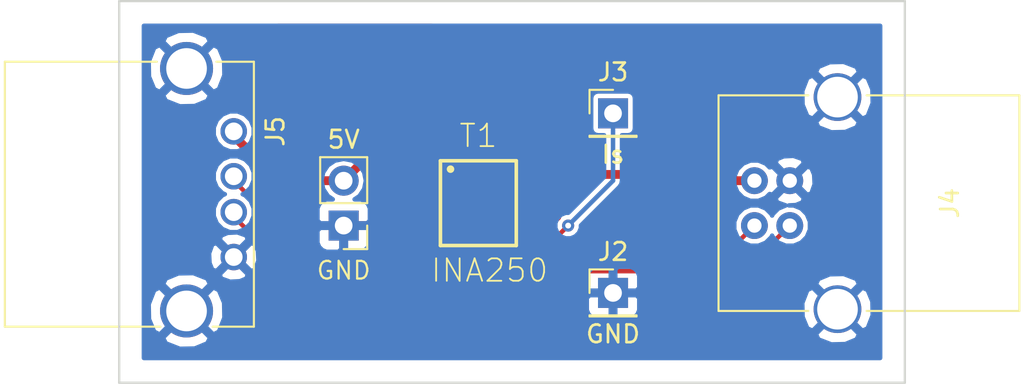
<source format=kicad_pcb>
(kicad_pcb (version 4) (host pcbnew 4.0.6)

  (general
    (links 24)
    (no_connects 2)
    (area 129.476499 95.186499 174.053501 116.903501)
    (thickness 1.6002)
    (drawings 6)
    (tracks 41)
    (zones 0)
    (modules 7)
    (nets 9)
  )

  (page A4)
  (layers
    (0 F.Cu signal)
    (31 B.Cu signal)
    (34 B.Paste user)
    (35 F.Paste user)
    (36 B.SilkS user)
    (37 F.SilkS user)
    (38 B.Mask user)
    (39 F.Mask user)
    (44 Edge.Cuts user)
  )

  (setup
    (last_trace_width 0.254)
    (user_trace_width 0.1524)
    (user_trace_width 0.2)
    (user_trace_width 0.25)
    (user_trace_width 0.3)
    (user_trace_width 0.4)
    (user_trace_width 0.5)
    (user_trace_width 0.6)
    (user_trace_width 0.8)
    (trace_clearance 0.254)
    (zone_clearance 0.1524)
    (zone_45_only no)
    (trace_min 0.1524)
    (segment_width 0.127)
    (edge_width 0.127)
    (via_size 0.6858)
    (via_drill 0.3302)
    (via_min_size 0.6858)
    (via_min_drill 0.3302)
    (uvia_size 0.508)
    (uvia_drill 0.127)
    (uvias_allowed no)
    (uvia_min_size 0.508)
    (uvia_min_drill 0.127)
    (pcb_text_width 0.127)
    (pcb_text_size 0.6 0.6)
    (mod_edge_width 0.127)
    (mod_text_size 0.6 0.6)
    (mod_text_width 0.127)
    (pad_size 2.7 2.7)
    (pad_drill 2.3)
    (pad_to_mask_clearance 0.05)
    (pad_to_paste_clearance -0.04)
    (aux_axis_origin 0 0)
    (visible_elements 7FFFFFFF)
    (pcbplotparams
      (layerselection 0x3ffff_80000001)
      (usegerberextensions true)
      (usegerberattributes true)
      (excludeedgelayer true)
      (linewidth 0.127000)
      (plotframeref false)
      (viasonmask false)
      (mode 1)
      (useauxorigin false)
      (hpglpennumber 1)
      (hpglpenspeed 20)
      (hpglpendiameter 15)
      (hpglpenoverlay 2)
      (psnegative false)
      (psa4output false)
      (plotreference true)
      (plotvalue true)
      (plotinvisibletext false)
      (padsonsilk false)
      (subtractmaskfromsilk false)
      (outputformat 1)
      (mirror false)
      (drillshape 0)
      (scaleselection 1)
      (outputdirectory CAM/))
  )

  (net 0 "")
  (net 1 "Net-(J4-Pad2)")
  (net 2 "Net-(J4-Pad3)")
  (net 3 "Net-(J1-Pad2)")
  (net 4 "Net-(T1-Pad4)")
  (net 5 "Net-(T1-Pad12)")
  (net 6 "Net-(J3-Pad1)")
  (net 7 GND)
  (net 8 +5V)

  (net_class Default "Imperial - this is the standard class"
    (clearance 0.254)
    (trace_width 0.254)
    (via_dia 0.6858)
    (via_drill 0.3302)
    (uvia_dia 0.508)
    (uvia_drill 0.127)
    (add_net "Net-(J1-Pad2)")
    (add_net "Net-(J3-Pad1)")
    (add_net "Net-(J4-Pad2)")
    (add_net "Net-(J4-Pad3)")
    (add_net "Net-(T1-Pad12)")
    (add_net "Net-(T1-Pad4)")
  )

  (net_class 0.2mm ""
    (clearance 0.2)
    (trace_width 0.2)
    (via_dia 0.6858)
    (via_drill 0.3302)
    (uvia_dia 0.508)
    (uvia_drill 0.127)
  )

  (net_class Minimal ""
    (clearance 0.1524)
    (trace_width 0.1524)
    (via_dia 0.6858)
    (via_drill 0.3302)
    (uvia_dia 0.508)
    (uvia_drill 0.127)
  )

  (net_class Power ""
    (clearance 0.254)
    (trace_width 0.5)
    (via_dia 0.6858)
    (via_drill 0.3302)
    (uvia_dia 0.508)
    (uvia_drill 0.127)
    (add_net +5V)
    (add_net GND)
  )

  (module Connectors:USB_B (layer F.Cu) (tedit 592CDC59) (tstamp 592CDCF8)
    (at 165.48 105.41)
    (descr "USB B connector")
    (tags "USB_B USB_DEV")
    (path /592CB5F2)
    (fp_text reference J4 (at 11.05 1.27 90) (layer F.SilkS)
      (effects (font (size 1 1) (thickness 0.15)))
    )
    (fp_text value USB_B (at 4.7 1.27 90) (layer F.Fab)
      (effects (font (size 1 1) (thickness 0.15)))
    )
    (fp_line (start 15.25 8.9) (end -2.3 8.9) (layer F.CrtYd) (width 0.05))
    (fp_line (start -2.3 8.9) (end -2.3 -6.35) (layer F.CrtYd) (width 0.05))
    (fp_line (start -2.3 -6.35) (end 15.25 -6.35) (layer F.CrtYd) (width 0.05))
    (fp_line (start 15.25 -6.35) (end 15.25 8.9) (layer F.CrtYd) (width 0.05))
    (fp_line (start 6.35 7.37) (end 14.99 7.37) (layer F.SilkS) (width 0.12))
    (fp_line (start -2.03 7.37) (end 3.05 7.37) (layer F.SilkS) (width 0.12))
    (fp_line (start 6.35 -4.83) (end 14.99 -4.83) (layer F.SilkS) (width 0.12))
    (fp_line (start -2.03 -4.83) (end 3.05 -4.83) (layer F.SilkS) (width 0.12))
    (fp_line (start 14.99 -4.83) (end 14.99 7.37) (layer F.SilkS) (width 0.12))
    (fp_line (start -2.03 7.37) (end -2.03 -4.83) (layer F.SilkS) (width 0.12))
    (pad 2 thru_hole circle (at 0 2.54 270) (size 1.52 1.52) (drill 0.81) (layers *.Cu *.Mask)
      (net 1 "Net-(J4-Pad2)"))
    (pad 1 thru_hole circle (at 0 0 270) (size 1.52 1.52) (drill 0.81) (layers *.Cu *.Mask)
      (net 8 +5V))
    (pad 4 thru_hole circle (at 2 0 270) (size 1.52 1.52) (drill 0.81) (layers *.Cu *.Mask)
      (net 7 GND))
    (pad 3 thru_hole circle (at 2 2.54 270) (size 1.52 1.52) (drill 0.81) (layers *.Cu *.Mask)
      (net 2 "Net-(J4-Pad3)"))
    (pad 5 thru_hole circle (at 4.7 7.27 270) (size 2.7 2.7) (drill 2.3) (layers *.Cu *.Mask)
      (net 7 GND))
    (pad 5 thru_hole circle (at 4.7 -4.73 270) (size 2.7 2.7) (drill 2.3) (layers *.Cu *.Mask)
      (net 7 GND))
    (model Connectors.3dshapes/USB_B.wrl
      (at (xyz 0.18 -0.05 0))
      (scale (xyz 0.39 0.39 0.39))
      (rotate (xyz 0 0 -90))
    )
  )

  (module smd-footprints:smd-footprints-TSSOP-16 (layer F.Cu) (tedit 200000) (tstamp 592CDD51)
    (at 149.86 106.68)
    (descr "16-LEAD THIN SHRINK SMALL OUTLINE PACKAGE [TSSOP] (RU-16)")
    (tags "16-LEAD THIN SHRINK SMALL OUTLINE PACKAGE [TSSOP] (RU-16)")
    (path /592CECAE)
    (attr smd)
    (fp_text reference T1 (at 0 -3.81) (layer F.SilkS)
      (effects (font (size 1.27 1.27) (thickness 0.1016)))
    )
    (fp_text value INA250 (at 0.635 3.81) (layer F.SilkS)
      (effects (font (size 1.27 1.27) (thickness 0.1016)))
    )
    (fp_line (start -3.19786 -2.12344) (end -2.2479 -2.12344) (layer Dwgs.User) (width 0.06604))
    (fp_line (start -2.2479 -2.12344) (end -2.2479 -2.42316) (layer Dwgs.User) (width 0.06604))
    (fp_line (start -3.19786 -2.42316) (end -2.2479 -2.42316) (layer Dwgs.User) (width 0.06604))
    (fp_line (start -3.19786 -2.12344) (end -3.19786 -2.42316) (layer Dwgs.User) (width 0.06604))
    (fp_line (start -3.19786 -1.4732) (end -2.2479 -1.4732) (layer Dwgs.User) (width 0.06604))
    (fp_line (start -2.2479 -1.4732) (end -2.2479 -1.77292) (layer Dwgs.User) (width 0.06604))
    (fp_line (start -3.19786 -1.77292) (end -2.2479 -1.77292) (layer Dwgs.User) (width 0.06604))
    (fp_line (start -3.19786 -1.4732) (end -3.19786 -1.77292) (layer Dwgs.User) (width 0.06604))
    (fp_line (start -3.19786 -0.82296) (end -2.2479 -0.82296) (layer Dwgs.User) (width 0.06604))
    (fp_line (start -2.2479 -0.82296) (end -2.2479 -1.12268) (layer Dwgs.User) (width 0.06604))
    (fp_line (start -3.19786 -1.12268) (end -2.2479 -1.12268) (layer Dwgs.User) (width 0.06604))
    (fp_line (start -3.19786 -0.82296) (end -3.19786 -1.12268) (layer Dwgs.User) (width 0.06604))
    (fp_line (start -3.19786 -0.17272) (end -2.2479 -0.17272) (layer Dwgs.User) (width 0.06604))
    (fp_line (start -2.2479 -0.17272) (end -2.2479 -0.47498) (layer Dwgs.User) (width 0.06604))
    (fp_line (start -3.19786 -0.47498) (end -2.2479 -0.47498) (layer Dwgs.User) (width 0.06604))
    (fp_line (start -3.19786 -0.17272) (end -3.19786 -0.47498) (layer Dwgs.User) (width 0.06604))
    (fp_line (start -3.19786 0.47498) (end -2.2479 0.47498) (layer Dwgs.User) (width 0.06604))
    (fp_line (start -2.2479 0.47498) (end -2.2479 0.17272) (layer Dwgs.User) (width 0.06604))
    (fp_line (start -3.19786 0.17272) (end -2.2479 0.17272) (layer Dwgs.User) (width 0.06604))
    (fp_line (start -3.19786 0.47498) (end -3.19786 0.17272) (layer Dwgs.User) (width 0.06604))
    (fp_line (start -3.19786 1.12268) (end -2.2479 1.12268) (layer Dwgs.User) (width 0.06604))
    (fp_line (start -2.2479 1.12268) (end -2.2479 0.82296) (layer Dwgs.User) (width 0.06604))
    (fp_line (start -3.19786 0.82296) (end -2.2479 0.82296) (layer Dwgs.User) (width 0.06604))
    (fp_line (start -3.19786 1.12268) (end -3.19786 0.82296) (layer Dwgs.User) (width 0.06604))
    (fp_line (start -3.19786 1.77292) (end -2.2479 1.77292) (layer Dwgs.User) (width 0.06604))
    (fp_line (start -2.2479 1.77292) (end -2.2479 1.4732) (layer Dwgs.User) (width 0.06604))
    (fp_line (start -3.19786 1.4732) (end -2.2479 1.4732) (layer Dwgs.User) (width 0.06604))
    (fp_line (start -3.19786 1.77292) (end -3.19786 1.4732) (layer Dwgs.User) (width 0.06604))
    (fp_line (start -3.19786 2.42316) (end -2.2479 2.42316) (layer Dwgs.User) (width 0.06604))
    (fp_line (start -2.2479 2.42316) (end -2.2479 2.12344) (layer Dwgs.User) (width 0.06604))
    (fp_line (start -3.19786 2.12344) (end -2.2479 2.12344) (layer Dwgs.User) (width 0.06604))
    (fp_line (start -3.19786 2.42316) (end -3.19786 2.12344) (layer Dwgs.User) (width 0.06604))
    (fp_line (start 2.2479 2.42316) (end 3.19786 2.42316) (layer Dwgs.User) (width 0.06604))
    (fp_line (start 3.19786 2.42316) (end 3.19786 2.12344) (layer Dwgs.User) (width 0.06604))
    (fp_line (start 2.2479 2.12344) (end 3.19786 2.12344) (layer Dwgs.User) (width 0.06604))
    (fp_line (start 2.2479 2.42316) (end 2.2479 2.12344) (layer Dwgs.User) (width 0.06604))
    (fp_line (start 2.2479 1.77292) (end 3.19786 1.77292) (layer Dwgs.User) (width 0.06604))
    (fp_line (start 3.19786 1.77292) (end 3.19786 1.4732) (layer Dwgs.User) (width 0.06604))
    (fp_line (start 2.2479 1.4732) (end 3.19786 1.4732) (layer Dwgs.User) (width 0.06604))
    (fp_line (start 2.2479 1.77292) (end 2.2479 1.4732) (layer Dwgs.User) (width 0.06604))
    (fp_line (start 2.2479 1.12268) (end 3.19786 1.12268) (layer Dwgs.User) (width 0.06604))
    (fp_line (start 3.19786 1.12268) (end 3.19786 0.82296) (layer Dwgs.User) (width 0.06604))
    (fp_line (start 2.2479 0.82296) (end 3.19786 0.82296) (layer Dwgs.User) (width 0.06604))
    (fp_line (start 2.2479 1.12268) (end 2.2479 0.82296) (layer Dwgs.User) (width 0.06604))
    (fp_line (start 2.2479 0.47498) (end 3.19786 0.47498) (layer Dwgs.User) (width 0.06604))
    (fp_line (start 3.19786 0.47498) (end 3.19786 0.17272) (layer Dwgs.User) (width 0.06604))
    (fp_line (start 2.2479 0.17272) (end 3.19786 0.17272) (layer Dwgs.User) (width 0.06604))
    (fp_line (start 2.2479 0.47498) (end 2.2479 0.17272) (layer Dwgs.User) (width 0.06604))
    (fp_line (start 2.2479 -0.17272) (end 3.19786 -0.17272) (layer Dwgs.User) (width 0.06604))
    (fp_line (start 3.19786 -0.17272) (end 3.19786 -0.47498) (layer Dwgs.User) (width 0.06604))
    (fp_line (start 2.2479 -0.47498) (end 3.19786 -0.47498) (layer Dwgs.User) (width 0.06604))
    (fp_line (start 2.2479 -0.17272) (end 2.2479 -0.47498) (layer Dwgs.User) (width 0.06604))
    (fp_line (start 2.2479 -0.82296) (end 3.19786 -0.82296) (layer Dwgs.User) (width 0.06604))
    (fp_line (start 3.19786 -0.82296) (end 3.19786 -1.12268) (layer Dwgs.User) (width 0.06604))
    (fp_line (start 2.2479 -1.12268) (end 3.19786 -1.12268) (layer Dwgs.User) (width 0.06604))
    (fp_line (start 2.2479 -0.82296) (end 2.2479 -1.12268) (layer Dwgs.User) (width 0.06604))
    (fp_line (start 2.2479 -1.4732) (end 3.19786 -1.4732) (layer Dwgs.User) (width 0.06604))
    (fp_line (start 3.19786 -1.4732) (end 3.19786 -1.77292) (layer Dwgs.User) (width 0.06604))
    (fp_line (start 2.2479 -1.77292) (end 3.19786 -1.77292) (layer Dwgs.User) (width 0.06604))
    (fp_line (start 2.2479 -1.4732) (end 2.2479 -1.77292) (layer Dwgs.User) (width 0.06604))
    (fp_line (start 2.2479 -2.12344) (end 3.19786 -2.12344) (layer Dwgs.User) (width 0.06604))
    (fp_line (start 3.19786 -2.12344) (end 3.19786 -2.42316) (layer Dwgs.User) (width 0.06604))
    (fp_line (start 2.2479 -2.42316) (end 3.19786 -2.42316) (layer Dwgs.User) (width 0.06604))
    (fp_line (start 2.2479 -2.12344) (end 2.2479 -2.42316) (layer Dwgs.User) (width 0.06604))
    (fp_line (start -2.1463 2.39776) (end 2.1463 2.39776) (layer F.SilkS) (width 0.2032))
    (fp_line (start 2.1463 2.39776) (end 2.1463 -2.39776) (layer F.SilkS) (width 0.2032))
    (fp_line (start 2.1463 -2.39776) (end -2.1463 -2.39776) (layer F.SilkS) (width 0.2032))
    (fp_line (start -2.1463 -2.39776) (end -2.1463 2.39776) (layer F.SilkS) (width 0.2032))
    (fp_circle (center -1.5748 -1.92278) (end -1.5748 -2.13614) (layer F.SilkS) (width 0))
    (pad 1 smd rect (at -2.87274 -2.2733) (size 0.89916 0.34798) (layers F.Cu F.Paste F.Mask)
      (net 3 "Net-(J1-Pad2)"))
    (pad 2 smd rect (at -2.87274 -1.62306) (size 0.89916 0.34798) (layers F.Cu F.Paste F.Mask)
      (net 3 "Net-(J1-Pad2)"))
    (pad 3 smd rect (at -2.87274 -0.97282) (size 0.89916 0.34798) (layers F.Cu F.Paste F.Mask)
      (net 3 "Net-(J1-Pad2)"))
    (pad 4 smd rect (at -2.87274 -0.32258) (size 0.89916 0.34798) (layers F.Cu F.Paste F.Mask)
      (net 4 "Net-(T1-Pad4)"))
    (pad 5 smd rect (at -2.87274 0.32258) (size 0.89916 0.34798) (layers F.Cu F.Paste F.Mask)
      (net 4 "Net-(T1-Pad4)"))
    (pad 6 smd rect (at -2.87274 0.97282) (size 0.89916 0.34798) (layers F.Cu F.Paste F.Mask)
      (net 7 GND))
    (pad 7 smd rect (at -2.87274 1.62306) (size 0.89916 0.34798) (layers F.Cu F.Paste F.Mask)
      (net 7 GND))
    (pad 8 smd rect (at -2.87274 2.2733) (size 0.89916 0.34798) (layers F.Cu F.Paste F.Mask)
      (net 7 GND))
    (pad 9 smd rect (at 2.87274 2.2733 180) (size 0.89916 0.34798) (layers F.Cu F.Paste F.Mask)
      (net 6 "Net-(J3-Pad1)"))
    (pad 10 smd rect (at 2.87274 1.62306 180) (size 0.89916 0.34798) (layers F.Cu F.Paste F.Mask)
      (net 8 +5V))
    (pad 11 smd rect (at 2.87274 0.97282 180) (size 0.89916 0.34798) (layers F.Cu F.Paste F.Mask)
      (net 7 GND))
    (pad 12 smd rect (at 2.87274 0.32258 180) (size 0.89916 0.34798) (layers F.Cu F.Paste F.Mask)
      (net 5 "Net-(T1-Pad12)"))
    (pad 13 smd rect (at 2.87274 -0.32258 180) (size 0.89916 0.34798) (layers F.Cu F.Paste F.Mask)
      (net 5 "Net-(T1-Pad12)"))
    (pad 14 smd rect (at 2.87274 -0.97282 180) (size 0.89916 0.34798) (layers F.Cu F.Paste F.Mask)
      (net 8 +5V))
    (pad 15 smd rect (at 2.87274 -1.62306 180) (size 0.89916 0.34798) (layers F.Cu F.Paste F.Mask)
      (net 8 +5V))
    (pad 16 smd rect (at 2.87274 -2.2733 180) (size 0.89916 0.34798) (layers F.Cu F.Paste F.Mask)
      (net 8 +5V))
  )

  (module Pin_Headers:Pin_Header_Straight_1x02_Pitch2.54mm (layer F.Cu) (tedit 592CE4C6) (tstamp 592CE6BB)
    (at 142.24 107.95 180)
    (descr "Through hole straight pin header, 1x02, 2.54mm pitch, single row")
    (tags "Through hole pin header THT 1x02 2.54mm single row")
    (path /592CD05B)
    (fp_text reference J1 (at 0 -2.33 180) (layer F.SilkS) hide
      (effects (font (size 1 1) (thickness 0.15)))
    )
    (fp_text value 5V (at 0 4.87 180) (layer F.SilkS)
      (effects (font (size 1 1) (thickness 0.15)))
    )
    (fp_line (start -1.27 -1.27) (end -1.27 3.81) (layer F.Fab) (width 0.1))
    (fp_line (start -1.27 3.81) (end 1.27 3.81) (layer F.Fab) (width 0.1))
    (fp_line (start 1.27 3.81) (end 1.27 -1.27) (layer F.Fab) (width 0.1))
    (fp_line (start 1.27 -1.27) (end -1.27 -1.27) (layer F.Fab) (width 0.1))
    (fp_line (start -1.33 1.27) (end -1.33 3.87) (layer F.SilkS) (width 0.12))
    (fp_line (start -1.33 3.87) (end 1.33 3.87) (layer F.SilkS) (width 0.12))
    (fp_line (start 1.33 3.87) (end 1.33 1.27) (layer F.SilkS) (width 0.12))
    (fp_line (start 1.33 1.27) (end -1.33 1.27) (layer F.SilkS) (width 0.12))
    (fp_line (start -1.33 0) (end -1.33 -1.33) (layer F.SilkS) (width 0.12))
    (fp_line (start -1.33 -1.33) (end 0 -1.33) (layer F.SilkS) (width 0.12))
    (fp_line (start -1.8 -1.8) (end -1.8 4.35) (layer F.CrtYd) (width 0.05))
    (fp_line (start -1.8 4.35) (end 1.8 4.35) (layer F.CrtYd) (width 0.05))
    (fp_line (start 1.8 4.35) (end 1.8 -1.8) (layer F.CrtYd) (width 0.05))
    (fp_line (start 1.8 -1.8) (end -1.8 -1.8) (layer F.CrtYd) (width 0.05))
    (fp_text user %R (at 0 -2.33 180) (layer F.Fab)
      (effects (font (size 1 1) (thickness 0.15)))
    )
    (pad 1 thru_hole rect (at 0 0 180) (size 1.7 1.7) (drill 1) (layers *.Cu *.Mask)
      (net 7 GND))
    (pad 2 thru_hole oval (at 0 2.54 180) (size 1.7 1.7) (drill 1) (layers *.Cu *.Mask)
      (net 3 "Net-(J1-Pad2)"))
    (model ${KISYS3DMOD}/Pin_Headers.3dshapes/Pin_Header_Straight_1x02_Pitch2.54mm.wrl
      (at (xyz 0 -0.05 0))
      (scale (xyz 1 1 1))
      (rotate (xyz 0 0 90))
    )
  )

  (module Pin_Headers:Pin_Header_Straight_1x01_Pitch2.54mm (layer F.Cu) (tedit 592CD60B) (tstamp 592CE6CF)
    (at 157.48 111.76)
    (descr "Through hole straight pin header, 1x01, 2.54mm pitch, single row")
    (tags "Through hole pin header THT 1x01 2.54mm single row")
    (path /592CCF80)
    (fp_text reference J2 (at 0 -2.33) (layer F.SilkS)
      (effects (font (size 1 1) (thickness 0.15)))
    )
    (fp_text value GND (at 0 2.33) (layer F.SilkS)
      (effects (font (size 1 1) (thickness 0.15)))
    )
    (fp_line (start -1.27 -1.27) (end -1.27 1.27) (layer F.Fab) (width 0.1))
    (fp_line (start -1.27 1.27) (end 1.27 1.27) (layer F.Fab) (width 0.1))
    (fp_line (start 1.27 1.27) (end 1.27 -1.27) (layer F.Fab) (width 0.1))
    (fp_line (start 1.27 -1.27) (end -1.27 -1.27) (layer F.Fab) (width 0.1))
    (fp_line (start -1.33 1.27) (end -1.33 1.33) (layer F.SilkS) (width 0.12))
    (fp_line (start -1.33 1.33) (end 1.33 1.33) (layer F.SilkS) (width 0.12))
    (fp_line (start 1.33 1.33) (end 1.33 1.27) (layer F.SilkS) (width 0.12))
    (fp_line (start 1.33 1.27) (end -1.33 1.27) (layer F.SilkS) (width 0.12))
    (fp_line (start -1.33 0) (end -1.33 -1.33) (layer F.SilkS) (width 0.12))
    (fp_line (start -1.33 -1.33) (end 0 -1.33) (layer F.SilkS) (width 0.12))
    (fp_line (start -1.8 -1.8) (end -1.8 1.8) (layer F.CrtYd) (width 0.05))
    (fp_line (start -1.8 1.8) (end 1.8 1.8) (layer F.CrtYd) (width 0.05))
    (fp_line (start 1.8 1.8) (end 1.8 -1.8) (layer F.CrtYd) (width 0.05))
    (fp_line (start 1.8 -1.8) (end -1.8 -1.8) (layer F.CrtYd) (width 0.05))
    (fp_text user %R (at 0 -2.33) (layer F.Fab)
      (effects (font (size 1 1) (thickness 0.15)))
    )
    (pad 1 thru_hole rect (at 0 0) (size 1.7 1.7) (drill 1) (layers *.Cu *.Mask)
      (net 7 GND))
    (model ${KISYS3DMOD}/Pin_Headers.3dshapes/Pin_Header_Straight_1x01_Pitch2.54mm.wrl
      (at (xyz 0 0 0))
      (scale (xyz 1 1 1))
      (rotate (xyz 0 0 90))
    )
  )

  (module Pin_Headers:Pin_Header_Straight_1x01_Pitch2.54mm (layer F.Cu) (tedit 592CD5FE) (tstamp 592CE6E3)
    (at 157.48 101.6)
    (descr "Through hole straight pin header, 1x01, 2.54mm pitch, single row")
    (tags "Through hole pin header THT 1x01 2.54mm single row")
    (path /592CCEEA)
    (fp_text reference J3 (at 0 -2.33) (layer F.SilkS)
      (effects (font (size 1 1) (thickness 0.15)))
    )
    (fp_text value Is (at 0 2.33) (layer F.SilkS)
      (effects (font (size 1 1) (thickness 0.15)))
    )
    (fp_line (start -1.27 -1.27) (end -1.27 1.27) (layer F.Fab) (width 0.1))
    (fp_line (start -1.27 1.27) (end 1.27 1.27) (layer F.Fab) (width 0.1))
    (fp_line (start 1.27 1.27) (end 1.27 -1.27) (layer F.Fab) (width 0.1))
    (fp_line (start 1.27 -1.27) (end -1.27 -1.27) (layer F.Fab) (width 0.1))
    (fp_line (start -1.33 1.27) (end -1.33 1.33) (layer F.SilkS) (width 0.12))
    (fp_line (start -1.33 1.33) (end 1.33 1.33) (layer F.SilkS) (width 0.12))
    (fp_line (start 1.33 1.33) (end 1.33 1.27) (layer F.SilkS) (width 0.12))
    (fp_line (start 1.33 1.27) (end -1.33 1.27) (layer F.SilkS) (width 0.12))
    (fp_line (start -1.33 0) (end -1.33 -1.33) (layer F.SilkS) (width 0.12))
    (fp_line (start -1.33 -1.33) (end 0 -1.33) (layer F.SilkS) (width 0.12))
    (fp_line (start -1.8 -1.8) (end -1.8 1.8) (layer F.CrtYd) (width 0.05))
    (fp_line (start -1.8 1.8) (end 1.8 1.8) (layer F.CrtYd) (width 0.05))
    (fp_line (start 1.8 1.8) (end 1.8 -1.8) (layer F.CrtYd) (width 0.05))
    (fp_line (start 1.8 -1.8) (end -1.8 -1.8) (layer F.CrtYd) (width 0.05))
    (fp_text user %R (at 0 -2.33) (layer F.Fab)
      (effects (font (size 1 1) (thickness 0.15)))
    )
    (pad 1 thru_hole rect (at 0 0) (size 1.7 1.7) (drill 1) (layers *.Cu *.Mask)
      (net 6 "Net-(J3-Pad1)"))
    (model ${KISYS3DMOD}/Pin_Headers.3dshapes/Pin_Header_Straight_1x01_Pitch2.54mm.wrl
      (at (xyz 0 0 0))
      (scale (xyz 1 1 1))
      (rotate (xyz 0 0 90))
    )
  )

  (module Connectors:USB_A (layer F.Cu) (tedit 5543E289) (tstamp 592CE9E6)
    (at 136.02 102.62 270)
    (descr "USB A connector")
    (tags "USB USB_A")
    (path /592CDE6A)
    (fp_text reference J5 (at 0 -2.35 270) (layer F.SilkS)
      (effects (font (size 1 1) (thickness 0.15)))
    )
    (fp_text value USB_A (at 3.84 7.44 270) (layer F.Fab)
      (effects (font (size 1 1) (thickness 0.15)))
    )
    (fp_line (start -5.3 13.2) (end -5.3 -1.4) (layer F.CrtYd) (width 0.05))
    (fp_line (start 11.95 -1.4) (end 11.95 13.2) (layer F.CrtYd) (width 0.05))
    (fp_line (start -5.3 13.2) (end 11.95 13.2) (layer F.CrtYd) (width 0.05))
    (fp_line (start -5.3 -1.4) (end 11.95 -1.4) (layer F.CrtYd) (width 0.05))
    (fp_line (start 11.05 -1.14) (end 11.05 1.19) (layer F.SilkS) (width 0.12))
    (fp_line (start -3.94 -1.14) (end -3.94 0.98) (layer F.SilkS) (width 0.12))
    (fp_line (start 11.05 -1.14) (end -3.94 -1.14) (layer F.SilkS) (width 0.12))
    (fp_line (start 11.05 12.95) (end -3.94 12.95) (layer F.SilkS) (width 0.12))
    (fp_line (start 11.05 4.15) (end 11.05 12.95) (layer F.SilkS) (width 0.12))
    (fp_line (start -3.94 4.35) (end -3.94 12.95) (layer F.SilkS) (width 0.12))
    (pad 4 thru_hole circle (at 7.11 0 180) (size 1.5 1.5) (drill 1) (layers *.Cu *.Mask)
      (net 7 GND))
    (pad 3 thru_hole circle (at 4.57 0 180) (size 1.5 1.5) (drill 1) (layers *.Cu *.Mask)
      (net 2 "Net-(J4-Pad3)"))
    (pad 2 thru_hole circle (at 2.54 0 180) (size 1.5 1.5) (drill 1) (layers *.Cu *.Mask)
      (net 1 "Net-(J4-Pad2)"))
    (pad 1 thru_hole circle (at 0 0 180) (size 1.5 1.5) (drill 1) (layers *.Cu *.Mask)
      (net 3 "Net-(J1-Pad2)"))
    (pad 5 thru_hole circle (at 10.16 2.67 180) (size 3 3) (drill 2.3) (layers *.Cu *.Mask)
      (net 7 GND))
    (pad 5 thru_hole circle (at -3.56 2.67 180) (size 3 3) (drill 2.3) (layers *.Cu *.Mask)
      (net 7 GND))
    (model Connectors.3dshapes/USB_A.wrl
      (at (xyz 0.14 0 0))
      (scale (xyz 1 1 1))
      (rotate (xyz 0 0 90))
    )
  )

  (module logos:mermaid_m (layer F.Cu) (tedit 0) (tstamp 592CE699)
    (at 139.7 99.06)
    (fp_text reference G*** (at 0 0) (layer F.SilkS) hide
      (effects (font (thickness 0.3)))
    )
    (fp_text value LOGO (at 0.75 0) (layer F.SilkS) hide
      (effects (font (thickness 0.3)))
    )
    (fp_poly (pts (xy 0.008405 -1.886768) (xy 0.017746 -1.885793) (xy 0.019843 -1.885371) (xy 0.039708 -1.878622)
      (xy 0.055662 -1.868888) (xy 0.062416 -1.862757) (xy 0.071338 -1.8523) (xy 0.07658 -1.842306)
      (xy 0.078965 -1.830724) (xy 0.079375 -1.820485) (xy 0.079029 -1.809965) (xy 0.077562 -1.802375)
      (xy 0.074327 -1.795374) (xy 0.070969 -1.79003) (xy 0.06107 -1.778883) (xy 0.049499 -1.772128)
      (xy 0.03707 -1.769981) (xy 0.024599 -1.772657) (xy 0.01825 -1.776105) (xy 0.012784 -1.780382)
      (xy 0.009953 -1.785013) (xy 0.008724 -1.792077) (xy 0.008466 -1.795785) (xy 0.008324 -1.804239)
      (xy 0.009452 -1.809067) (xy 0.012293 -1.811872) (xy 0.013042 -1.812296) (xy 0.019732 -1.813892)
      (xy 0.02522 -1.813461) (xy 0.029983 -1.811441) (xy 0.030959 -1.807562) (xy 0.030411 -1.804389)
      (xy 0.030144 -1.798077) (xy 0.032453 -1.795451) (xy 0.036539 -1.796118) (xy 0.041605 -1.799685)
      (xy 0.046856 -1.80576) (xy 0.051494 -1.81395) (xy 0.051948 -1.814999) (xy 0.054209 -1.821683)
      (xy 0.054143 -1.82735) (xy 0.051733 -1.834843) (xy 0.043821 -1.84943) (xy 0.032126 -1.860963)
      (xy 0.025082 -1.865608) (xy 0.018458 -1.868901) (xy 0.011374 -1.870812) (xy 0.002067 -1.871683)
      (xy -0.007144 -1.871858) (xy -0.020074 -1.871456) (xy -0.028697 -1.870197) (xy -0.032147 -1.86862)
      (xy -0.036824 -1.86572) (xy -0.038864 -1.865313) (xy -0.044083 -1.863303) (xy -0.051082 -1.858033)
      (xy -0.058703 -1.850646) (xy -0.06579 -1.842282) (xy -0.071184 -1.834085) (xy -0.071859 -1.832771)
      (xy -0.075942 -1.824356) (xy -0.079666 -1.816626) (xy -0.081544 -1.810056) (xy -0.082692 -1.799434)
      (xy -0.083155 -1.784257) (xy -0.083159 -1.776938) (xy -0.083013 -1.76325) (xy -0.082573 -1.753358)
      (xy -0.081556 -1.745765) (xy -0.07968 -1.738975) (xy -0.076662 -1.731492) (xy -0.073125 -1.723761)
      (xy -0.060877 -1.702618) (xy -0.04515 -1.684635) (xy -0.025663 -1.66962) (xy -0.002132 -1.65738)
      (xy 0.025723 -1.647721) (xy 0.044979 -1.64301) (xy 0.059683 -1.641114) (xy 0.078097 -1.640632)
      (xy 0.098859 -1.641473) (xy 0.120606 -1.643545) (xy 0.141975 -1.646757) (xy 0.160843 -1.650819)
      (xy 0.171077 -1.653931) (xy 0.180424 -1.657632) (xy 0.188139 -1.661473) (xy 0.193476 -1.665003)
      (xy 0.195692 -1.667774) (xy 0.194041 -1.669334) (xy 0.191798 -1.669521) (xy 0.186824 -1.67111)
      (xy 0.178916 -1.675367) (xy 0.169167 -1.68153) (xy 0.158672 -1.688837) (xy 0.148523 -1.696523)
      (xy 0.139816 -1.703828) (xy 0.133643 -1.709987) (xy 0.13346 -1.710204) (xy 0.123413 -1.723082)
      (xy 0.116112 -1.734919) (xy 0.110944 -1.747232) (xy 0.107298 -1.761536) (xy 0.104563 -1.779347)
      (xy 0.104134 -1.782925) (xy 0.104112 -1.79976) (xy 0.107348 -1.81772) (xy 0.113304 -1.835135)
      (xy 0.121442 -1.850333) (xy 0.128677 -1.859294) (xy 0.142356 -1.869623) (xy 0.158225 -1.876161)
      (xy 0.175163 -1.878855) (xy 0.192044 -1.877652) (xy 0.207747 -1.872502) (xy 0.220927 -1.863558)
      (xy 0.228371 -1.854495) (xy 0.232079 -1.843867) (xy 0.232833 -1.833787) (xy 0.232235 -1.824839)
      (xy 0.229709 -1.81834) (xy 0.224155 -1.81151) (xy 0.223921 -1.811262) (xy 0.216331 -1.80464)
      (xy 0.209263 -1.801975) (xy 0.206724 -1.801813) (xy 0.197454 -1.804135) (xy 0.190782 -1.810324)
      (xy 0.187891 -1.819216) (xy 0.187854 -1.820417) (xy 0.189402 -1.827536) (xy 0.193344 -1.830408)
      (xy 0.198623 -1.828619) (xy 0.20151 -1.825755) (xy 0.205559 -1.821788) (xy 0.208851 -1.821915)
      (xy 0.210358 -1.822992) (xy 0.213345 -1.828455) (xy 0.214154 -1.836763) (xy 0.212771 -1.845932)
      (xy 0.210569 -1.851647) (xy 0.205354 -1.858337) (xy 0.199578 -1.862761) (xy 0.190521 -1.865518)
      (xy 0.179028 -1.866299) (xy 0.167566 -1.865122) (xy 0.159452 -1.862475) (xy 0.149184 -1.855705)
      (xy 0.13948 -1.846836) (xy 0.132242 -1.837678) (xy 0.130935 -1.835347) (xy 0.129053 -1.829151)
      (xy 0.127754 -1.820233) (xy 0.127077 -1.810109) (xy 0.127064 -1.8003) (xy 0.127755 -1.792324)
      (xy 0.12919 -1.7877) (xy 0.129645 -1.787261) (xy 0.131693 -1.783614) (xy 0.132291 -1.779167)
      (xy 0.133217 -1.77427) (xy 0.134937 -1.772709) (xy 0.137478 -1.770672) (xy 0.137583 -1.769886)
      (xy 0.139184 -1.766003) (xy 0.143325 -1.759563) (xy 0.149011 -1.751947) (xy 0.155246 -1.744537)
      (xy 0.157845 -1.741761) (xy 0.166404 -1.734591) (xy 0.178483 -1.726543) (xy 0.192596 -1.718449)
      (xy 0.207255 -1.711139) (xy 0.220972 -1.705443) (xy 0.225781 -1.703828) (xy 0.256754 -1.696265)
      (xy 0.286004 -1.69333) (xy 0.31425 -1.695108) (xy 0.342211 -1.701688) (xy 0.370608 -1.713155)
      (xy 0.39026 -1.72363) (xy 0.408676 -1.73402) (xy 0.424062 -1.741779) (xy 0.43775 -1.747276)
      (xy 0.451069 -1.75088) (xy 0.46535 -1.752959) (xy 0.481921 -1.753882) (xy 0.499881 -1.75403)
      (xy 0.514914 -1.753798) (xy 0.529237 -1.753272) (xy 0.541445 -1.752524) (xy 0.550134 -1.751625)
      (xy 0.551656 -1.751373) (xy 0.562125 -1.749472) (xy 0.574283 -1.74737) (xy 0.58076 -1.746294)
      (xy 0.591718 -1.744359) (xy 0.602554 -1.742204) (xy 0.60788 -1.741013) (xy 0.621267 -1.737787)
      (xy 0.630634 -1.735491) (xy 0.63711 -1.733833) (xy 0.641824 -1.732522) (xy 0.645905 -1.731267)
      (xy 0.646906 -1.730945) (xy 0.665027 -1.723587) (xy 0.681306 -1.714109) (xy 0.695062 -1.703142)
      (xy 0.705611 -1.691318) (xy 0.71227 -1.679268) (xy 0.714374 -1.668544) (xy 0.715482 -1.65898)
      (xy 0.718466 -1.646647) (xy 0.722817 -1.633498) (xy 0.7248 -1.628511) (xy 0.730014 -1.611961)
      (xy 0.732672 -1.594445) (xy 0.73285 -1.586592) (xy 0.732603 -1.576225) (xy 0.732811 -1.570159)
      (xy 0.733752 -1.567408) (xy 0.735705 -1.566983) (xy 0.738187 -1.567657) (xy 0.742623 -1.568282)
      (xy 0.742773 -1.566159) (xy 0.738689 -1.561571) (xy 0.736748 -1.559843) (xy 0.732284 -1.555146)
      (xy 0.731564 -1.550754) (xy 0.732703 -1.546997) (xy 0.736499 -1.541219) (xy 0.742923 -1.534925)
      (xy 0.745947 -1.532629) (xy 0.753796 -1.525721) (xy 0.756526 -1.519021) (xy 0.754156 -1.511948)
      (xy 0.746786 -1.503999) (xy 0.740977 -1.49844) (xy 0.738935 -1.494813) (xy 0.740074 -1.492046)
      (xy 0.740171 -1.491945) (xy 0.742445 -1.486687) (xy 0.743356 -1.478293) (xy 0.742885 -1.468745)
      (xy 0.741013 -1.460026) (xy 0.740503 -1.458641) (xy 0.734021 -1.441589) (xy 0.729888 -1.42838)
      (xy 0.727882 -1.418234) (xy 0.727604 -1.413653) (xy 0.725817 -1.406045) (xy 0.720328 -1.400612)
      (xy 0.716872 -1.398657) (xy 0.712639 -1.397331) (xy 0.706665 -1.396543) (xy 0.697985 -1.396205)
      (xy 0.685636 -1.396229) (xy 0.674687 -1.396405) (xy 0.659365 -1.396628) (xy 0.648329 -1.396556)
      (xy 0.640578 -1.396093) (xy 0.63511 -1.39514) (xy 0.630924 -1.393598) (xy 0.627723 -1.391813)
      (xy 0.622134 -1.387388) (xy 0.619237 -1.383203) (xy 0.619125 -1.382487) (xy 0.617931 -1.378938)
      (xy 0.616902 -1.37848) (xy 0.6146 -1.376049) (xy 0.611958 -1.369546) (xy 0.609251 -1.360154)
      (xy 0.606757 -1.349056) (xy 0.604753 -1.337436) (xy 0.603514 -1.326476) (xy 0.60325 -1.320066)
      (xy 0.603937 -1.307102) (xy 0.605794 -1.291262) (xy 0.608516 -1.274752) (xy 0.611388 -1.261402)
      (xy 0.61783 -1.236522) (xy 0.623666 -1.216658) (xy 0.628964 -1.201578) (xy 0.629646 -1.199886)
      (xy 0.632006 -1.193757) (xy 0.634818 -1.185978) (xy 0.635043 -1.185334) (xy 0.63936 -1.173905)
      (xy 0.644953 -1.161011) (xy 0.652444 -1.145232) (xy 0.654189 -1.141678) (xy 0.658981 -1.129522)
      (xy 0.661851 -1.117112) (xy 0.662674 -1.105774) (xy 0.661326 -1.09683) (xy 0.65878 -1.092455)
      (xy 0.653593 -1.088008) (xy 0.646426 -1.082537) (xy 0.638627 -1.076984) (xy 0.631543 -1.072291)
      (xy 0.626522 -1.069399) (xy 0.625116 -1.068917) (xy 0.621193 -1.067005) (xy 0.615604 -1.062233)
      (xy 0.609759 -1.056045) (xy 0.60507 -1.049887) (xy 0.603306 -1.046577) (xy 0.602109 -1.036647)
      (xy 0.605229 -1.024171) (xy 0.605842 -1.022615) (xy 0.610396 -1.011896) (xy 0.616065 -0.999272)
      (xy 0.622382 -0.985702) (xy 0.628883 -0.972142) (xy 0.635101 -0.95955) (xy 0.640571 -0.948884)
      (xy 0.644826 -0.941099) (xy 0.647402 -0.937154) (xy 0.647455 -0.937098) (xy 0.650368 -0.933213)
      (xy 0.650875 -0.931706) (xy 0.652851 -0.927977) (xy 0.658211 -0.921863) (xy 0.666103 -0.914148)
      (xy 0.675675 -0.905618) (xy 0.686075 -0.897057) (xy 0.696451 -0.889251) (xy 0.6985 -0.887814)
      (xy 0.70624 -0.882237) (xy 0.716411 -0.87459) (xy 0.728125 -0.865574) (xy 0.740497 -0.855892)
      (xy 0.752638 -0.846245) (xy 0.763663 -0.837335) (xy 0.772685 -0.829864) (xy 0.778816 -0.824534)
      (xy 0.78052 -0.822893) (xy 0.783265 -0.820631) (xy 0.788779 -0.816423) (xy 0.792427 -0.813715)
      (xy 0.799537 -0.80824) (xy 0.805321 -0.803366) (xy 0.806979 -0.801782) (xy 0.810583 -0.79866)
      (xy 0.817515 -0.793163) (xy 0.826812 -0.786015) (xy 0.837514 -0.777941) (xy 0.848658 -0.769663)
      (xy 0.859283 -0.761907) (xy 0.868427 -0.755397) (xy 0.870479 -0.753972) (xy 0.87771 -0.748711)
      (xy 0.883867 -0.74378) (xy 0.884836 -0.74292) (xy 0.890667 -0.738676) (xy 0.894758 -0.736717)
      (xy 0.898774 -0.734559) (xy 0.899583 -0.733212) (xy 0.901794 -0.731068) (xy 0.907267 -0.728252)
      (xy 0.908843 -0.727605) (xy 0.914831 -0.724797) (xy 0.917968 -0.722431) (xy 0.918104 -0.72205)
      (xy 0.920389 -0.720251) (xy 0.926426 -0.717263) (xy 0.934983 -0.713685) (xy 0.936412 -0.713134)
      (xy 0.94447 -0.710212) (xy 0.951402 -0.708281) (xy 0.958599 -0.707179) (xy 0.967453 -0.706742)
      (xy 0.979357 -0.706808) (xy 0.988667 -0.707024) (xy 1.005738 -0.707833) (xy 1.025295 -0.709326)
      (xy 1.04461 -0.71127) (xy 1.057363 -0.712893) (xy 1.07244 -0.714945) (xy 1.083755 -0.716128)
      (xy 1.09276 -0.716482) (xy 1.100906 -0.716048) (xy 1.109644 -0.714866) (xy 1.112264 -0.714428)
      (xy 1.122702 -0.712431) (xy 1.128873 -0.710576) (xy 1.131776 -0.708451) (xy 1.132416 -0.706064)
      (xy 1.131754 -0.703359) (xy 1.128993 -0.701866) (xy 1.122972 -0.701246) (xy 1.115704 -0.701146)
      (xy 1.103882 -0.700652) (xy 1.091119 -0.699332) (xy 1.079016 -0.697433) (xy 1.069177 -0.695202)
      (xy 1.063625 -0.693138) (xy 1.061652 -0.691717) (xy 1.061914 -0.690529) (xy 1.065082 -0.689376)
      (xy 1.071826 -0.688063) (xy 1.082817 -0.68639) (xy 1.090083 -0.685363) (xy 1.104373 -0.683143)
      (xy 1.115491 -0.680746) (xy 1.125543 -0.677613) (xy 1.136635 -0.673185) (xy 1.137708 -0.672725)
      (xy 1.145939 -0.668529) (xy 1.153936 -0.663405) (xy 1.16036 -0.658334) (xy 1.163872 -0.654301)
      (xy 1.164166 -0.653296) (xy 1.161871 -0.652168) (xy 1.15614 -0.652006) (xy 1.148701 -0.652626)
      (xy 1.141283 -0.653847) (xy 1.135614 -0.655485) (xy 1.133871 -0.656496) (xy 1.129337 -0.658415)
      (xy 1.125802 -0.658813) (xy 1.119908 -0.660086) (xy 1.117393 -0.661666) (xy 1.11288 -0.663423)
      (xy 1.106942 -0.663492) (xy 1.102068 -0.66261) (xy 1.102014 -0.661565) (xy 1.104635 -0.6604)
      (xy 1.11803 -0.655065) (xy 1.127555 -0.650947) (xy 1.134321 -0.647482) (xy 1.139442 -0.644105)
      (xy 1.143661 -0.640585) (xy 1.148426 -0.63575) (xy 1.150857 -0.63225) (xy 1.150937 -0.63186)
      (xy 1.148727 -0.629794) (xy 1.142549 -0.630113) (xy 1.133081 -0.632669) (xy 1.121002 -0.637316)
      (xy 1.116389 -0.63936) (xy 1.105431 -0.643969) (xy 1.097613 -0.646454) (xy 1.093336 -0.646797)
      (xy 1.093005 -0.64498) (xy 1.097022 -0.640985) (xy 1.09806 -0.64017) (xy 1.103618 -0.636571)
      (xy 1.107659 -0.635059) (xy 1.1109 -0.632857) (xy 1.113438 -0.628162) (xy 1.113895 -0.625524)
      (xy 1.111758 -0.624151) (xy 1.106252 -0.624696) (xy 1.098741 -0.626704) (xy 1.090585 -0.629718)
      (xy 1.083148 -0.633283) (xy 1.07779 -0.636944) (xy 1.076854 -0.637917) (xy 1.073351 -0.640144)
      (xy 1.066343 -0.643395) (xy 1.057347 -0.647019) (xy 1.047878 -0.650366) (xy 1.047562 -0.650469)
      (xy 1.039345 -0.652231) (xy 1.028887 -0.653334) (xy 1.023156 -0.653521) (xy 1.014451 -0.653279)
      (xy 1.009403 -0.652127) (xy 1.006384 -0.649427) (xy 1.004591 -0.646245) (xy 1.002643 -0.639393)
      (xy 1.004289 -0.632937) (xy 1.009951 -0.626222) (xy 1.02005 -0.61859) (xy 1.024007 -0.616024)
      (xy 1.034676 -0.609087) (xy 1.041664 -0.603861) (xy 1.045879 -0.599424) (xy 1.048229 -0.594853)
      (xy 1.049439 -0.590175) (xy 1.049887 -0.584061) (xy 1.04776 -0.581814) (xy 1.047419 -0.58177)
      (xy 1.038561 -0.582503) (xy 1.032331 -0.586541) (xy 1.027145 -0.590229) (xy 1.018339 -0.595023)
      (xy 1.007286 -0.600275) (xy 0.995358 -0.605336) (xy 0.983928 -0.609557) (xy 0.982927 -0.609888)
      (xy 0.96405 -0.616805) (xy 0.949153 -0.624191) (xy 0.936935 -0.632865) (xy 0.926094 -0.643647)
      (xy 0.922454 -0.647985) (xy 0.91461 -0.657158) (xy 0.906802 -0.665397) (xy 0.90041 -0.671271)
      (xy 0.898996 -0.672343) (xy 0.893154 -0.676607) (xy 0.889418 -0.679673) (xy 0.889 -0.680118)
      (xy 0.885612 -0.682803) (xy 0.878465 -0.687397) (xy 0.868492 -0.693365) (xy 0.856629 -0.700172)
      (xy 0.843809 -0.707283) (xy 0.830968 -0.714163) (xy 0.819038 -0.720279) (xy 0.817562 -0.72101)
      (xy 0.793776 -0.73292) (xy 0.773141 -0.743698) (xy 0.753928 -0.75426) (xy 0.740833 -0.761765)
      (xy 0.732431 -0.766468) (xy 0.725324 -0.770124) (xy 0.721651 -0.771715) (xy 0.717741 -0.774059)
      (xy 0.71702 -0.775538) (xy 0.714973 -0.777781) (xy 0.714175 -0.777875) (xy 0.710727 -0.779184)
      (xy 0.703731 -0.78276) (xy 0.694132 -0.788076) (xy 0.682876 -0.794606) (xy 0.670909 -0.801825)
      (xy 0.66904 -0.802979) (xy 0.664419 -0.805813) (xy 0.657178 -0.810226) (xy 0.651843 -0.813467)
      (xy 0.644591 -0.817975) (xy 0.639356 -0.82143) (xy 0.637645 -0.822743) (xy 0.634908 -0.825059)
      (xy 0.629409 -0.829325) (xy 0.625739 -0.832085) (xy 0.617028 -0.838637) (xy 0.610343 -0.843941)
      (xy 0.604324 -0.849196) (xy 0.597611 -0.855603) (xy 0.588842 -0.864363) (xy 0.586713 -0.866511)
      (xy 0.577345 -0.876602) (xy 0.568236 -0.887479) (xy 0.560913 -0.897287) (xy 0.558978 -0.900245)
      (xy 0.553729 -0.90794) (xy 0.549048 -0.913411) (xy 0.545988 -0.915459) (xy 0.542709 -0.914285)
      (xy 0.542392 -0.913474) (xy 0.540813 -0.910359) (xy 0.536909 -0.905147) (xy 0.535778 -0.903803)
      (xy 0.531512 -0.89843) (xy 0.529267 -0.894799) (xy 0.529166 -0.89438) (xy 0.527558 -0.89134)
      (xy 0.524423 -0.887515) (xy 0.519179 -0.880172) (xy 0.51306 -0.868996) (xy 0.506608 -0.855253)
      (xy 0.50036 -0.840211) (xy 0.494857 -0.825134) (xy 0.490637 -0.811291) (xy 0.488993 -0.804334)
      (xy 0.484486 -0.781181) (xy 0.481164 -0.761683) (xy 0.478895 -0.744368) (xy 0.477546 -0.727765)
      (xy 0.476986 -0.710405) (xy 0.477081 -0.690815) (xy 0.477437 -0.676011) (xy 0.477978 -0.659168)
      (xy 0.478577 -0.643572) (xy 0.479188 -0.630211) (xy 0.479767 -0.620072) (xy 0.480267 -0.614142)
      (xy 0.480308 -0.613834) (xy 0.480714 -0.608777) (xy 0.481179 -0.599224) (xy 0.481675 -0.58597)
      (xy 0.482176 -0.569809) (xy 0.482655 -0.551536) (xy 0.483085 -0.531946) (xy 0.483088 -0.531813)
      (xy 0.483494 -0.50829) (xy 0.483657 -0.48889) (xy 0.483537 -0.47245) (xy 0.483095 -0.457806)
      (xy 0.482289 -0.443794) (xy 0.481082 -0.429249) (xy 0.479431 -0.413009) (xy 0.478825 -0.407459)
      (xy 0.475542 -0.37841) (xy 0.472588 -0.35384) (xy 0.469841 -0.332952) (xy 0.467178 -0.314951)
      (xy 0.464478 -0.299044) (xy 0.461617 -0.284435) (xy 0.458474 -0.27033) (xy 0.456442 -0.261938)
      (xy 0.453397 -0.249331) (xy 0.450706 -0.237565) (xy 0.448731 -0.228245) (xy 0.447986 -0.22417)
      (xy 0.446428 -0.217354) (xy 0.444542 -0.213141) (xy 0.444142 -0.212769) (xy 0.442296 -0.209278)
      (xy 0.441834 -0.205558) (xy 0.441014 -0.200692) (xy 0.438817 -0.19218) (xy 0.435613 -0.181373)
      (xy 0.433014 -0.173303) (xy 0.428883 -0.160767) (xy 0.42498 -0.148718) (xy 0.421869 -0.13891)
      (xy 0.420651 -0.134938) (xy 0.418189 -0.127265) (xy 0.416095 -0.121671) (xy 0.415471 -0.120386)
      (xy 0.413668 -0.116348) (xy 0.411147 -0.10951) (xy 0.410351 -0.107157) (xy 0.406975 -0.097638)
      (xy 0.403334 -0.088313) (xy 0.402915 -0.087313) (xy 0.399486 -0.079161) (xy 0.396472 -0.07187)
      (xy 0.396296 -0.071438) (xy 0.393324 -0.064554) (xy 0.391274 -0.060229) (xy 0.389287 -0.055032)
      (xy 0.388937 -0.052921) (xy 0.387819 -0.049592) (xy 0.384714 -0.042298) (xy 0.379991 -0.031811)
      (xy 0.374021 -0.018903) (xy 0.367174 -0.004346) (xy 0.359822 0.011089) (xy 0.352334 0.026628)
      (xy 0.345081 0.041501) (xy 0.338433 0.054935) (xy 0.332761 0.066158) (xy 0.328436 0.074398)
      (xy 0.325828 0.078884) (xy 0.325444 0.079375) (xy 0.32352 0.082292) (xy 0.320069 0.088289)
      (xy 0.317707 0.092604) (xy 0.311333 0.103819) (xy 0.302904 0.117753) (xy 0.293147 0.133286)
      (xy 0.28279 0.149303) (xy 0.27256 0.164686) (xy 0.263185 0.178319) (xy 0.255392 0.189084)
      (xy 0.252232 0.193145) (xy 0.24941 0.196716) (xy 0.24411 0.203496) (xy 0.237094 0.212507)
      (xy 0.229211 0.22266) (xy 0.193134 0.265793) (xy 0.152661 0.307951) (xy 0.108691 0.348216)
      (xy 0.096569 0.358451) (xy 0.088882 0.364868) (xy 0.082864 0.369962) (xy 0.079606 0.372809)
      (xy 0.079375 0.373035) (xy 0.07682 0.375106) (xy 0.070952 0.379595) (xy 0.06272 0.385783)
      (xy 0.055562 0.391107) (xy 0.045751 0.398405) (xy 0.037173 0.404844) (xy 0.030951 0.409575)
      (xy 0.028617 0.411405) (xy 0.023174 0.415457) (xy 0.016711 0.419829) (xy 0.009714 0.424746)
      (xy 0.004131 0.429265) (xy -0.000575 0.432781) (xy -0.003386 0.433916) (xy -0.006589 0.435514)
      (xy -0.012247 0.439615) (xy -0.016593 0.443177) (xy -0.023023 0.448355) (xy -0.027927 0.451716)
      (xy -0.029622 0.452437) (xy -0.032568 0.453763) (xy -0.038487 0.45715) (xy -0.045955 0.461709)
      (xy -0.053552 0.466553) (xy -0.059856 0.470792) (xy -0.063444 0.47354) (xy -0.0635 0.473596)
      (xy -0.066565 0.47576) (xy -0.071438 0.478689) (xy -0.076006 0.481382) (xy -0.084088 0.486242)
      (xy -0.094688 0.492666) (xy -0.106812 0.500052) (xy -0.111901 0.503163) (xy -0.123777 0.510388)
      (xy -0.133976 0.516516) (xy -0.141689 0.521065) (xy -0.146104 0.523553) (xy -0.146816 0.523875)
      (xy -0.149451 0.525114) (xy -0.155409 0.528384) (xy -0.163466 0.533008) (xy -0.164496 0.533611)
      (xy -0.178302 0.541574) (xy -0.193024 0.549851) (xy -0.207247 0.557663) (xy -0.219553 0.564232)
      (xy -0.227542 0.568299) (xy -0.233816 0.571545) (xy -0.237742 0.57391) (xy -0.238125 0.574234)
      (xy -0.240893 0.575951) (xy -0.247346 0.579494) (xy -0.256446 0.584303) (xy -0.264584 0.588506)
      (xy -0.289161 0.601089) (xy -0.311423 0.6125) (xy -0.330976 0.622537) (xy -0.347427 0.630999)
      (xy -0.360385 0.637682) (xy -0.369455 0.642386) (xy -0.374246 0.644908) (xy -0.374484 0.645037)
      (xy -0.379024 0.647406) (xy -0.386994 0.651452) (xy -0.397077 0.656508) (xy -0.40349 0.6597)
      (xy -0.440616 0.678375) (xy -0.47326 0.695353) (xy -0.501867 0.710872) (xy -0.52688 0.725171)
      (xy -0.538428 0.732088) (xy -0.545229 0.7359) (xy -0.549011 0.737798) (xy -0.552706 0.739955)
      (xy -0.55979 0.744438) (xy -0.569437 0.750696) (xy -0.580824 0.758179) (xy -0.593125 0.766338)
      (xy -0.605518 0.774623) (xy -0.617176 0.782483) (xy -0.627276 0.789368) (xy -0.634994 0.79473)
      (xy -0.639505 0.798016) (xy -0.640292 0.7987) (xy -0.642915 0.801108) (xy -0.648441 0.805736)
      (xy -0.654844 0.810916) (xy -0.684957 0.837696) (xy -0.710609 0.866342) (xy -0.731644 0.89659)
      (xy -0.747906 0.928173) (xy -0.759238 0.960825) (xy -0.765486 0.994283) (xy -0.766058 1.00036)
      (xy -0.766767 1.010645) (xy -0.766695 1.017005) (xy -0.765589 1.020777) (xy -0.763198 1.023303)
      (xy -0.761514 1.024468) (xy -0.754491 1.027753) (xy -0.746183 1.030028) (xy -0.746115 1.030039)
      (xy -0.726346 1.033737) (xy -0.709482 1.037869) (xy -0.697178 1.041635) (xy -0.686244 1.045178)
      (xy -0.673169 1.049308) (xy -0.661459 1.052925) (xy -0.651234 1.056099) (xy -0.642455 1.058938)
      (xy -0.636804 1.060895) (xy -0.636323 1.061082) (xy -0.631362 1.062974) (xy -0.623061 1.066051)
      (xy -0.613058 1.069705) (xy -0.611188 1.070383) (xy -0.60152 1.074047) (xy -0.593741 1.077299)
      (xy -0.589248 1.079546) (xy -0.588831 1.079855) (xy -0.584036 1.081992) (xy -0.582494 1.082145)
      (xy -0.578425 1.08328) (xy -0.570626 1.086381) (xy -0.560073 1.090991) (xy -0.547741 1.096656)
      (xy -0.534607 1.10292) (xy -0.521645 1.109326) (xy -0.509831 1.11542) (xy -0.501386 1.120033)
      (xy -0.489592 1.126809) (xy -0.477203 1.134064) (xy -0.465482 1.141045) (xy -0.455693 1.146998)
      (xy -0.449098 1.151172) (xy -0.448614 1.151495) (xy -0.422685 1.170246) (xy -0.396329 1.191628)
      (xy -0.370764 1.214535) (xy -0.347208 1.237856) (xy -0.32688 1.260484) (xy -0.32129 1.267354)
      (xy -0.314317 1.276009) (xy -0.308486 1.282951) (xy -0.304616 1.287217) (xy -0.30361 1.288079)
      (xy -0.301648 1.291106) (xy -0.301625 1.291497) (xy -0.299977 1.295085) (xy -0.29621 1.299847)
      (xy -0.292398 1.304797) (xy -0.286746 1.313165) (xy -0.279993 1.323747) (xy -0.272876 1.335338)
      (xy -0.266133 1.346736) (xy -0.260502 1.356735) (xy -0.256721 1.364132) (xy -0.256478 1.364671)
      (xy -0.253463 1.370333) (xy -0.250977 1.373125) (xy -0.250709 1.373187) (xy -0.248882 1.375311)
      (xy -0.248709 1.376762) (xy -0.247532 1.381005) (xy -0.244519 1.387967) (xy -0.242094 1.392777)
      (xy -0.238338 1.400483) (xy -0.235942 1.406635) (xy -0.23548 1.408825) (xy -0.234252 1.412705)
      (xy -0.233495 1.413315) (xy -0.231676 1.416177) (xy -0.228738 1.423025) (xy -0.225059 1.432772)
      (xy -0.221017 1.444329) (xy -0.216988 1.456607) (xy -0.21335 1.468518) (xy -0.210479 1.478972)
      (xy -0.209823 1.481666) (xy -0.207408 1.491386) (xy -0.205114 1.499629) (xy -0.203605 1.504156)
      (xy -0.201675 1.510467) (xy -0.200033 1.518423) (xy -0.199989 1.518708) (xy -0.198987 1.524976)
      (xy -0.197338 1.535032) (xy -0.195277 1.547446) (xy -0.193221 1.559718) (xy -0.191254 1.572761)
      (xy -0.189776 1.586067) (xy -0.188721 1.60073) (xy -0.188021 1.61784) (xy -0.187609 1.638488)
      (xy -0.187471 1.653118) (xy -0.187454 1.670714) (xy -0.187627 1.686557) (xy -0.187966 1.699876)
      (xy -0.188448 1.7099) (xy -0.189048 1.715855) (xy -0.189444 1.717145) (xy -0.192552 1.716733)
      (xy -0.199297 1.713606) (xy -0.209005 1.708117) (xy -0.220605 1.700876) (xy -0.241939 1.687446)
      (xy -0.263208 1.674925) (xy -0.285521 1.662716) (xy -0.309988 1.650225) (xy -0.33772 1.636855)
      (xy -0.354542 1.629015) (xy -0.372249 1.620879) (xy -0.386638 1.614343) (xy -0.397322 1.60958)
      (xy -0.40392 1.606761) (xy -0.406009 1.60602) (xy -0.408737 1.605003) (xy -0.415101 1.602288)
      (xy -0.423928 1.598382) (xy -0.427771 1.596651) (xy -0.43793 1.592065) (xy -0.446752 1.588109)
      (xy -0.452728 1.585457) (xy -0.453761 1.585008) (xy -0.459178 1.582658) (xy -0.467206 1.579149)
      (xy -0.472282 1.576923) (xy -0.488106 1.57001) (xy -0.499682 1.56505) (xy -0.507576 1.561802)
      (xy -0.509323 1.56112) (xy -0.517348 1.557677) (xy -0.528597 1.552376) (xy -0.541669 1.545928)
      (xy -0.555163 1.539044) (xy -0.567676 1.532434) (xy -0.577807 1.526808) (xy -0.582084 1.524247)
      (xy -0.59032 1.518359) (xy -0.599909 1.510408) (xy -0.610031 1.501213) (xy -0.619869 1.491594)
      (xy -0.628605 1.482368) (xy -0.63542 1.474354) (xy -0.639497 1.468371) (xy -0.640292 1.465992)
      (xy -0.642247 1.462819) (xy -0.642496 1.462704) (xy -0.64501 1.4601) (xy -0.649202 1.45435)
      (xy -0.654138 1.446913) (xy -0.658888 1.439247) (xy -0.662518 1.432809) (xy -0.664095 1.429058)
      (xy -0.664105 1.428919) (xy -0.666 1.425764) (xy -0.666214 1.425663) (xy -0.668507 1.422955)
      (xy -0.672013 1.417029) (xy -0.674149 1.412875) (xy -0.677432 1.406655) (xy -0.679585 1.403512)
      (xy -0.680062 1.403614) (xy -0.680134 1.407001) (xy -0.680278 1.414781) (xy -0.680481 1.426057)
      (xy -0.680724 1.43993) (xy -0.680965 1.453885) (xy -0.681742 1.479529) (xy -0.683307 1.501062)
      (xy -0.685955 1.519642) (xy -0.689978 1.536427) (xy -0.695671 1.552574) (xy -0.703328 1.569241)
      (xy -0.713242 1.587586) (xy -0.716237 1.592791) (xy -0.720758 1.600425) (xy -0.727396 1.611443)
      (xy -0.735473 1.624736) (xy -0.744308 1.639196) (xy -0.753224 1.653713) (xy -0.76154 1.66718)
      (xy -0.768578 1.678487) (xy -0.773391 1.686108) (xy -0.778287 1.693941) (xy -0.781794 1.699908)
      (xy -0.783167 1.702741) (xy -0.783167 1.702756) (xy -0.784666 1.705714) (xy -0.785938 1.707335)
      (xy -0.789478 1.712018) (xy -0.79418 1.718977) (xy -0.799155 1.726789) (xy -0.803511 1.73403)
      (xy -0.806359 1.739279) (xy -0.80698 1.740968) (xy -0.808921 1.744006) (xy -0.809006 1.744045)
      (xy -0.811335 1.74668) (xy -0.8153 1.752564) (xy -0.820057 1.760271) (xy -0.824761 1.768377)
      (xy -0.828569 1.775455) (xy -0.830636 1.780081) (xy -0.830792 1.780835) (xy -0.832415 1.783267)
      (xy -0.832777 1.783312) (xy -0.835304 1.785426) (xy -0.837635 1.789265) (xy -0.83985 1.793749)
      (xy -0.843916 1.8019) (xy -0.849301 1.812656) (xy -0.855477 1.824959) (xy -0.857142 1.82827)
      (xy -0.864357 1.842678) (xy -0.869685 1.853509) (xy -0.873651 1.861895) (xy -0.876781 1.86897)
      (xy -0.879601 1.875864) (xy -0.881417 1.880526) (xy -0.884388 1.888095) (xy -0.88613 1.892432)
      (xy -0.888266 1.898282) (xy -0.891146 1.906899) (xy -0.893062 1.912937) (xy -0.897054 1.925061)
      (xy -0.900303 1.932487) (xy -0.903315 1.935658) (xy -0.906598 1.935019) (xy -0.910659 1.931013)
      (xy -0.911926 1.929448) (xy -0.917498 1.92252) (xy -0.922509 1.916467) (xy -0.930152 1.907373)
      (xy -0.935762 1.900445) (xy -0.940779 1.893855) (xy -0.946048 1.886604) (xy -0.950954 1.879336)
      (xy -0.954257 1.873599) (xy -0.955146 1.87117) (xy -0.956872 1.867774) (xy -0.95735 1.867517)
      (xy -0.96044 1.864416) (xy -0.96529 1.857306) (xy -0.971471 1.846996) (xy -0.978554 1.834296)
      (xy -0.986109 1.820013) (xy -0.993708 1.804956) (xy -1.000921 1.789935) (xy -1.007318 1.775758)
      (xy -1.011875 1.76477) (xy -1.015169 1.756667) (xy -1.018049 1.750071) (xy -1.018918 1.74827)
      (xy -1.020999 1.741553) (xy -1.021292 1.738504) (xy -1.022499 1.733424) (xy -1.023938 1.731697)
      (xy -1.026005 1.728041) (xy -1.026584 1.72376) (xy -1.027468 1.7183) (xy -1.028937 1.716003)
      (xy -1.03093 1.712608) (xy -1.032556 1.706358) (xy -1.032625 1.705925) (xy -1.034167 1.698398)
      (xy -1.036649 1.688595) (xy -1.038312 1.68275) (xy -1.040711 1.674352) (xy -1.042926 1.665604)
      (xy -1.045233 1.655274) (xy -1.047907 1.642134) (xy -1.051052 1.625864) (xy -1.052059 1.617592)
      (xy -1.052869 1.605017) (xy -1.053482 1.589063) (xy -1.053898 1.570658) (xy -1.054118 1.550727)
      (xy -1.054142 1.530194) (xy -1.053971 1.509986) (xy -1.053605 1.491029) (xy -1.053045 1.474248)
      (xy -1.052291 1.460568) (xy -1.051345 1.450916) (xy -1.050954 1.448593) (xy -1.048704 1.437509)
      (xy -1.046449 1.426368) (xy -1.045327 1.420812) (xy -1.043077 1.411108) (xy -1.040054 1.399812)
      (xy -1.038443 1.394354) (xy -1.035652 1.384527) (xy -1.033418 1.375308) (xy -1.032625 1.371178)
      (xy -1.031052 1.364829) (xy -1.029057 1.361183) (xy -1.028937 1.3611) (xy -1.027103 1.357599)
      (xy -1.026584 1.353343) (xy -1.025585 1.347803) (xy -1.023938 1.345406) (xy -1.021721 1.341676)
      (xy -1.021292 1.338599) (xy -1.020084 1.331675) (xy -1.018969 1.328833) (xy -1.014487 1.319264)
      (xy -1.010787 1.3101) (xy -1.008498 1.302985) (xy -1.008063 1.300337) (xy -1.006606 1.296874)
      (xy -1.005417 1.296458) (xy -1.002919 1.294392) (xy -1.002771 1.293378) (xy -1.001515 1.288299)
      (xy -0.998017 1.279483) (xy -0.992688 1.267776) (xy -0.985937 1.254021) (xy -0.978174 1.239064)
      (xy -0.969808 1.223747) (xy -0.964495 1.214437) (xy -0.95887 1.204746) (xy -0.953663 1.195755)
      (xy -0.949986 1.189383) (xy -0.949939 1.189302) (xy -0.946901 1.184447) (xy -0.941798 1.176735)
      (xy -0.935307 1.167142) (xy -0.928103 1.156645) (xy -0.920864 1.146223) (xy -0.914266 1.136851)
      (xy -0.908985 1.129507) (xy -0.905697 1.125168) (xy -0.905075 1.124479) (xy -0.902708 1.121738)
      (xy -0.89841 1.116233) (xy -0.895655 1.112572) (xy -0.885172 1.099229) (xy -0.873542 1.086098)
      (xy -0.865028 1.077211) (xy -0.856362 1.067907) (xy -0.850939 1.060353) (xy -0.848011 1.052817)
      (xy -0.846832 1.043571) (xy -0.846647 1.034593) (xy -0.845993 1.018944) (xy -0.844229 1.001241)
      (xy -0.841612 0.983163) (xy -0.8384 0.966388) (xy -0.834849 0.952596) (xy -0.833481 0.948531)
      (xy -0.831423 0.942602) (xy -0.82879 0.934577) (xy -0.828177 0.932656) (xy -0.82564 0.925582)
      (xy -0.821881 0.916211) (xy -0.817449 0.905784) (xy -0.812895 0.895543) (xy -0.808769 0.886729)
      (xy -0.805619 0.880583) (xy -0.804164 0.878416) (xy -0.801811 0.875289) (xy -0.799062 0.870479)
      (xy -0.794671 0.862775) (xy -0.788661 0.853207) (xy -0.782107 0.843387) (xy -0.776084 0.834926)
      (xy -0.771698 0.829468) (xy -0.766851 0.823904) (xy -0.761058 0.816767) (xy -0.759746 0.815083)
      (xy -0.754498 0.808918) (xy -0.74641 0.80017) (xy -0.736505 0.789875) (xy -0.725804 0.779068)
      (xy -0.715328 0.768785) (xy -0.706099 0.760062) (xy -0.700866 0.755385) (xy -0.678702 0.736578)
      (xy -0.659311 0.720659) (xy -0.641679 0.706821) (xy -0.624793 0.694255) (xy -0.617803 0.689251)
      (xy -0.608821 0.682834) (xy -0.601171 0.677268) (xy -0.596147 0.673497) (xy -0.595313 0.672831)
      (xy -0.591701 0.670217) (xy -0.584593 0.665375) (xy -0.574938 0.658941) (xy -0.563689 0.651556)
      (xy -0.560917 0.649752) (xy -0.549518 0.642293) (xy -0.539573 0.635694) (xy -0.532005 0.630574)
      (xy -0.527735 0.627549) (xy -0.527294 0.627196) (xy -0.52381 0.624734) (xy -0.522881 0.624416)
      (xy -0.520338 0.623073) (xy -0.514148 0.619372) (xy -0.505119 0.61381) (xy -0.494061 0.606883)
      (xy -0.488319 0.60325) (xy -0.476456 0.595824) (xy -0.466096 0.589537) (xy -0.458089 0.584889)
      (xy -0.453285 0.58238) (xy -0.452384 0.582083) (xy -0.449867 0.580068) (xy -0.449792 0.579437)
      (xy -0.447799 0.576868) (xy -0.447173 0.576791) (xy -0.443868 0.575445) (xy -0.437367 0.571864)
      (xy -0.428891 0.566731) (xy -0.42598 0.564885) (xy -0.417131 0.559403) (xy -0.40987 0.555254)
      (xy -0.405416 0.553123) (xy -0.404786 0.552979) (xy -0.402243 0.550964) (xy -0.402167 0.550333)
      (xy -0.400128 0.547796) (xy -0.399323 0.547687) (xy -0.395911 0.54633) (xy -0.38934 0.542721)
      (xy -0.380847 0.537554) (xy -0.378074 0.535781) (xy -0.369284 0.530283) (xy -0.362088 0.52613)
      (xy -0.357702 0.52401) (xy -0.357105 0.523875) (xy -0.354616 0.521859) (xy -0.354542 0.521229)
      (xy -0.352478 0.518727) (xy -0.351485 0.518583) (xy -0.347591 0.517086) (xy -0.341642 0.513356)
      (xy -0.339755 0.511968) (xy -0.334024 0.507836) (xy -0.330217 0.505528) (xy -0.329666 0.505354)
      (xy -0.326918 0.503941) (xy -0.320547 0.500022) (xy -0.3113 0.494079) (xy -0.299923 0.486592)
      (xy -0.287162 0.478043) (xy -0.284512 0.47625) (xy -0.278842 0.472452) (xy -0.271061 0.467292)
      (xy -0.26699 0.464609) (xy -0.26024 0.459876) (xy -0.255612 0.456079) (xy -0.254441 0.454687)
      (xy -0.251403 0.452531) (xy -0.250473 0.452434) (xy -0.246634 0.450819) (xy -0.240967 0.446815)
      (xy -0.239448 0.445543) (xy -0.232416 0.439868) (xy -0.223665 0.433357) (xy -0.219605 0.430507)
      (xy -0.212742 0.425686) (xy -0.207839 0.422009) (xy -0.206375 0.420722) (xy -0.203627 0.418309)
      (xy -0.198108 0.413998) (xy -0.194487 0.411287) (xy -0.170802 0.39234) (xy -0.145259 0.369188)
      (xy -0.118367 0.342355) (xy -0.090635 0.312368) (xy -0.062573 0.279752) (xy -0.039625 0.251354)
      (xy -0.031472 0.241042) (xy -0.024113 0.231848) (xy -0.018383 0.22481) (xy -0.01523 0.221089)
      (xy -0.011684 0.215941) (xy -0.010584 0.21249) (xy -0.009322 0.209298) (xy -0.008512 0.20902)
      (xy -0.006369 0.206935) (xy -0.001942 0.201222) (xy 0.004172 0.192692) (xy 0.01138 0.182157)
      (xy 0.013316 0.179255) (xy 0.020715 0.168255) (xy 0.027157 0.158956) (xy 0.032045 0.152198)
      (xy 0.034782 0.148822) (xy 0.035057 0.148607) (xy 0.037017 0.145579) (xy 0.037041 0.145173)
      (xy 0.038368 0.141733) (xy 0.041816 0.135374) (xy 0.045773 0.128857) (xy 0.051173 0.119682)
      (xy 0.057792 0.107425) (xy 0.065139 0.093106) (xy 0.072724 0.077748) (xy 0.080055 0.062372)
      (xy 0.086642 0.048001) (xy 0.091995 0.035655) (xy 0.095621 0.026356) (xy 0.096742 0.022756)
      (xy 0.098841 0.017076) (xy 0.100834 0.01437) (xy 0.102668 0.01087) (xy 0.103187 0.006614)
      (xy 0.104186 0.001074) (xy 0.105833 -0.001323) (xy 0.1079 -0.00498) (xy 0.108479 -0.009261)
      (xy 0.109353 -0.014714) (xy 0.110809 -0.017003) (xy 0.113172 -0.020492) (xy 0.114459 -0.024435)
      (xy 0.115869 -0.030184) (xy 0.118158 -0.038881) (xy 0.120183 -0.046303) (xy 0.123615 -0.058974)
      (xy 0.126436 -0.070281) (xy 0.128848 -0.081322) (xy 0.131054 -0.093193) (xy 0.13326 -0.106993)
      (xy 0.135667 -0.123819) (xy 0.138479 -0.144767) (xy 0.138579 -0.145521) (xy 0.139571 -0.153977)
      (xy 0.14036 -0.163076) (xy 0.140956 -0.173396) (xy 0.141366 -0.185514) (xy 0.1416 -0.200007)
      (xy 0.141667 -0.217451) (xy 0.141577 -0.238424) (xy 0.141338 -0.263502) (xy 0.140959 -0.293262)
      (xy 0.140935 -0.295011) (xy 0.140408 -0.334132) (xy 0.139988 -0.368357) (xy 0.139675 -0.398082)
      (xy 0.139475 -0.423702) (xy 0.139387 -0.445611) (xy 0.139416 -0.464206) (xy 0.139565 -0.47988)
      (xy 0.139834 -0.49303) (xy 0.140228 -0.504051) (xy 0.140748 -0.513337) (xy 0.141398 -0.521283)
      (xy 0.142179 -0.528285) (xy 0.142471 -0.53049) (xy 0.148534 -0.565962) (xy 0.156809 -0.598959)
      (xy 0.167648 -0.630151) (xy 0.181404 -0.660209) (xy 0.19843 -0.689804) (xy 0.21908 -0.719607)
      (xy 0.243707 -0.750288) (xy 0.272665 -0.782519) (xy 0.278311 -0.788481) (xy 0.285944 -0.7969)
      (xy 0.2944 -0.806887) (xy 0.302889 -0.817427) (xy 0.310622 -0.827507) (xy 0.316811 -0.836111)
      (xy 0.320665 -0.842225) (xy 0.321441 -0.843936) (xy 0.323816 -0.848257) (xy 0.325615 -0.849313)
      (xy 0.327952 -0.851379) (xy 0.328083 -0.852357) (xy 0.329136 -0.856233) (xy 0.331871 -0.863216)
      (xy 0.334975 -0.870216) (xy 0.339722 -0.880493) (xy 0.343175 -0.888479) (xy 0.345702 -0.895487)
      (xy 0.347669 -0.902829) (xy 0.349444 -0.911818) (xy 0.351394 -0.923766) (xy 0.353139 -0.935102)
      (xy 0.354054 -0.943177) (xy 0.354929 -0.95472) (xy 0.355741 -0.968871) (xy 0.356464 -0.984768)
      (xy 0.357076 -1.001548) (xy 0.357552 -1.018349) (xy 0.357869 -1.034309) (xy 0.358003 -1.048566)
      (xy 0.357929 -1.060259) (xy 0.357624 -1.068525) (xy 0.357064 -1.072502) (xy 0.356954 -1.072678)
      (xy 0.354384 -1.071899) (xy 0.34937 -1.068427) (xy 0.346494 -1.066051) (xy 0.338876 -1.059595)
      (xy 0.331403 -1.05349) (xy 0.329861 -1.052271) (xy 0.322356 -1.045975) (xy 0.3127 -1.037249)
      (xy 0.301777 -1.026962) (xy 0.29047 -1.015982) (xy 0.279661 -1.005177) (xy 0.270235 -0.995417)
      (xy 0.263074 -0.987569) (xy 0.259343 -0.982928) (xy 0.254049 -0.974402) (xy 0.24701 -0.961694)
      (xy 0.238134 -0.944626) (xy 0.227327 -0.92302) (xy 0.217171 -0.90223) (xy 0.211554 -0.890863)
      (xy 0.205989 -0.879981) (xy 0.201407 -0.871396) (xy 0.200144 -0.869157) (xy 0.194914 -0.860048)
      (xy 0.189155 -0.849899) (xy 0.187338 -0.846667) (xy 0.181921 -0.837031) (xy 0.176334 -0.827137)
      (xy 0.174657 -0.824178) (xy 0.167519 -0.81135) (xy 0.159616 -0.796717) (xy 0.151321 -0.781022)
      (xy 0.143011 -0.765006) (xy 0.135062 -0.749411) (xy 0.127849 -0.73498) (xy 0.121749 -0.722453)
      (xy 0.117135 -0.712573) (xy 0.114386 -0.706082) (xy 0.11377 -0.703933) (xy 0.112653 -0.699301)
      (xy 0.111433 -0.69648) (xy 0.100688 -0.669674) (xy 0.094975 -0.641706) (xy 0.094376 -0.613199)
      (xy 0.097692 -0.590145) (xy 0.1011 -0.569505) (xy 0.102921 -0.54693) (xy 0.103144 -0.524119)
      (xy 0.10176 -0.502774) (xy 0.098756 -0.484596) (xy 0.098373 -0.483044) (xy 0.095666 -0.473879)
      (xy 0.09295 -0.466983) (xy 0.09078 -0.46375) (xy 0.090651 -0.463693) (xy 0.087061 -0.464952)
      (xy 0.083739 -0.470349) (xy 0.081106 -0.478735) (xy 0.079586 -0.488958) (xy 0.079375 -0.494424)
      (xy 0.079071 -0.506226) (xy 0.077996 -0.513404) (xy 0.075905 -0.516597) (xy 0.072551 -0.516446)
      (xy 0.071173 -0.515796) (xy 0.067095 -0.511998) (xy 0.066145 -0.50923) (xy 0.064687 -0.505769)
      (xy 0.0635 -0.505355) (xy 0.061275 -0.503164) (xy 0.060854 -0.500592) (xy 0.05974 -0.495137)
      (xy 0.058691 -0.493316) (xy 0.056249 -0.488082) (xy 0.053817 -0.478623) (xy 0.051592 -0.466002)
      (xy 0.049772 -0.45128) (xy 0.048862 -0.440532) (xy 0.047138 -0.422485) (xy 0.044629 -0.408686)
      (xy 0.041109 -0.398122) (xy 0.037958 -0.392168) (xy 0.034895 -0.3881) (xy 0.032279 -0.388276)
      (xy 0.029788 -0.390522) (xy 0.028144 -0.392884) (xy 0.026938 -0.396717) (xy 0.026094 -0.402802)
      (xy 0.025537 -0.411921) (xy 0.02519 -0.424854) (xy 0.024999 -0.440208) (xy 0.024689 -0.458803)
      (xy 0.024091 -0.47222) (xy 0.02314 -0.480569) (xy 0.021768 -0.483958) (xy 0.019907 -0.482498)
      (xy 0.017491 -0.476297) (xy 0.014453 -0.465466) (xy 0.013012 -0.459714) (xy 0.008492 -0.441321)
      (xy 0.004387 -0.424791) (xy 0.001866 -0.414725) (xy -0.001601 -0.404068) (xy -0.006237 -0.393644)
      (xy -0.008953 -0.388928) (xy -0.014975 -0.381132) (xy -0.01938 -0.378355) (xy -0.02215 -0.380572)
      (xy -0.023271 -0.387758) (xy -0.022725 -0.399889) (xy -0.021742 -0.408411) (xy -0.019981 -0.420553)
      (xy -0.018005 -0.43248) (xy -0.016214 -0.441797) (xy -0.016056 -0.442516) (xy -0.013711 -0.453028)
      (xy -0.01135 -0.463735) (xy -0.010783 -0.466329) (xy -0.008514 -0.476285) (xy -0.006114 -0.486153)
      (xy -0.005767 -0.487509) (xy -0.004609 -0.49415) (xy -0.004926 -0.498298) (xy -0.005278 -0.498731)
      (xy -0.0083 -0.497748) (xy -0.012267 -0.492018) (xy -0.016946 -0.481954) (xy -0.021078 -0.470959)
      (xy -0.028063 -0.451639) (xy -0.03401 -0.436976) (xy -0.03918 -0.426497) (xy -0.043833 -0.419731)
      (xy -0.048231 -0.416204) (xy -0.051747 -0.415396) (xy -0.054062 -0.415977) (xy -0.055178 -0.418458)
      (xy -0.055256 -0.423946) (xy -0.054458 -0.433549) (xy -0.054436 -0.433776) (xy -0.052576 -0.446692)
      (xy -0.049658 -0.460902) (xy -0.047226 -0.470156) (xy -0.043428 -0.483066) (xy -0.041105 -0.491726)
      (xy -0.040105 -0.496921) (xy -0.040272 -0.499436) (xy -0.041364 -0.500057) (xy -0.044009 -0.498035)
      (xy -0.048346 -0.492849) (xy -0.051594 -0.488307) (xy -0.057455 -0.480823) (xy -0.063225 -0.475376)
      (xy -0.068016 -0.472565) (xy -0.070944 -0.47299) (xy -0.071438 -0.474892) (xy -0.069677 -0.484076)
      (xy -0.064469 -0.496937) (xy -0.05593 -0.513237) (xy -0.044173 -0.532738) (xy -0.04212 -0.535953)
      (xy -0.034725 -0.547547) (xy -0.028474 -0.557509) (xy -0.023874 -0.565023) (xy -0.02143 -0.569268)
      (xy -0.021167 -0.569887) (xy -0.0197 -0.573733) (xy -0.015835 -0.580571) (xy -0.010377 -0.589183)
      (xy -0.004131 -0.598349) (xy 0.002099 -0.606849) (xy 0.007507 -0.613464) (xy 0.007807 -0.613795)
      (xy 0.017751 -0.626656) (xy 0.027037 -0.64292) (xy 0.035958 -0.663187) (xy 0.044809 -0.688056)
      (xy 0.046042 -0.691886) (xy 0.050102 -0.704419) (xy 0.053785 -0.715401) (xy 0.056699 -0.723685)
      (xy 0.058451 -0.728125) (xy 0.058503 -0.72823) (xy 0.060564 -0.734948) (xy 0.060854 -0.737996)
      (xy 0.062061 -0.743076) (xy 0.0635 -0.744803) (xy 0.065772 -0.748558) (xy 0.066145 -0.751244)
      (xy 0.067178 -0.756149) (xy 0.069854 -0.763944) (xy 0.07276 -0.771007) (xy 0.076306 -0.779851)
      (xy 0.078707 -0.787415) (xy 0.079375 -0.791216) (xy 0.080611 -0.798143) (xy 0.081792 -0.801062)
      (xy 0.083617 -0.805553) (xy 0.086445 -0.813663) (xy 0.089897 -0.824169) (xy 0.093591 -0.835847)
      (xy 0.097147 -0.847472) (xy 0.100186 -0.857821) (xy 0.102325 -0.865668) (xy 0.103184 -0.869791)
      (xy 0.103187 -0.869886) (xy 0.104333 -0.874949) (xy 0.10555 -0.877792) (xy 0.107348 -0.882267)
      (xy 0.110183 -0.8904) (xy 0.113571 -0.900783) (xy 0.115268 -0.906198) (xy 0.118646 -0.916866)
      (xy 0.12159 -0.92568) (xy 0.123668 -0.931364) (xy 0.12426 -0.932657) (xy 0.126055 -0.936703)
      (xy 0.128529 -0.943555) (xy 0.129297 -0.945886) (xy 0.131671 -0.952178) (xy 0.135441 -0.96102)
      (xy 0.139993 -0.971102) (xy 0.144714 -0.981113) (xy 0.148989 -0.989741) (xy 0.152206 -0.995677)
      (xy 0.153448 -0.99748) (xy 0.155489 -1.000549) (xy 0.158591 -1.006166) (xy 0.158753 -1.006478)
      (xy 0.161818 -1.010794) (xy 0.16793 -1.018127) (xy 0.17642 -1.027722) (xy 0.186624 -1.038827)
      (xy 0.197342 -1.050134) (xy 0.209095 -1.062408) (xy 0.220332 -1.074257) (xy 0.230233 -1.084806)
      (xy 0.237981 -1.093186) (xy 0.242322 -1.098021) (xy 0.24807 -1.104599) (xy 0.252363 -1.109455)
      (xy 0.254 -1.11125) (xy 0.256221 -1.113872) (xy 0.260701 -1.119395) (xy 0.265816 -1.125803)
      (xy 0.271495 -1.132869) (xy 0.275882 -1.138158) (xy 0.277862 -1.140355) (xy 0.28022 -1.143104)
      (xy 0.28449 -1.148625) (xy 0.287197 -1.152261) (xy 0.291966 -1.158649) (xy 0.295418 -1.163097)
      (xy 0.296333 -1.164167) (xy 0.298578 -1.166906) (xy 0.302789 -1.172407) (xy 0.305528 -1.176073)
      (xy 0.31121 -1.183492) (xy 0.31642 -1.189892) (xy 0.318081 -1.191786) (xy 0.321666 -1.196916)
      (xy 0.322791 -1.200385) (xy 0.324395 -1.203573) (xy 0.325437 -1.203855) (xy 0.328006 -1.205848)
      (xy 0.328083 -1.206473) (xy 0.329429 -1.209779) (xy 0.33301 -1.216279) (xy 0.338143 -1.224756)
      (xy 0.339989 -1.227667) (xy 0.345446 -1.23634) (xy 0.349587 -1.243225) (xy 0.351737 -1.247188)
      (xy 0.351895 -1.247665) (xy 0.353216 -1.250459) (xy 0.356666 -1.256366) (xy 0.361156 -1.263564)
      (xy 0.365928 -1.271367) (xy 0.369272 -1.277486) (xy 0.370416 -1.280415) (xy 0.372204 -1.283571)
      (xy 0.372401 -1.283671) (xy 0.374725 -1.286183) (xy 0.378975 -1.291965) (xy 0.384265 -1.299804)
      (xy 0.38467 -1.300428) (xy 0.403888 -1.325585) (xy 0.426201 -1.346711) (xy 0.451241 -1.363542)
      (xy 0.478641 -1.375811) (xy 0.496093 -1.38088) (xy 0.506931 -1.384569) (xy 0.513678 -1.390042)
      (xy 0.51747 -1.398253) (xy 0.51767 -1.399019) (xy 0.517485 -1.404865) (xy 0.515003 -1.410242)
      (xy 0.511338 -1.412844) (xy 0.510983 -1.412863) (xy 0.50822 -1.411201) (xy 0.503169 -1.407018)
      (xy 0.500574 -1.404652) (xy 0.493505 -1.399055) (xy 0.483904 -1.392733) (xy 0.475348 -1.387864)
      (xy 0.46399 -1.382875) (xy 0.451557 -1.379406) (xy 0.437395 -1.377444) (xy 0.420846 -1.376974)
      (xy 0.401253 -1.37798) (xy 0.377959 -1.380447) (xy 0.350307 -1.384361) (xy 0.346604 -1.384937)
      (xy 0.335179 -1.386662) (xy 0.325365 -1.388025) (xy 0.31859 -1.388833) (xy 0.316725 -1.38897)
      (xy 0.311481 -1.386974) (xy 0.304003 -1.381319) (xy 0.29502 -1.372731) (xy 0.285259 -1.361934)
      (xy 0.275449 -1.349655) (xy 0.2706 -1.342969) (xy 0.259752 -1.328651) (xy 0.246661 -1.313212)
      (xy 0.232482 -1.297876) (xy 0.218367 -1.283864) (xy 0.20547 -1.272398) (xy 0.19976 -1.267944)
      (xy 0.192594 -1.262608) (xy 0.187283 -1.258475) (xy 0.185208 -1.256668) (xy 0.182493 -1.254565)
      (xy 0.176651 -1.250572) (xy 0.168932 -1.245492) (xy 0.160581 -1.240125) (xy 0.152845 -1.235272)
      (xy 0.146972 -1.231735) (xy 0.144208 -1.230315) (xy 0.144185 -1.230313) (xy 0.141424 -1.229235)
      (xy 0.135133 -1.226373) (xy 0.126527 -1.222284) (xy 0.123986 -1.221053) (xy 0.114587 -1.216685)
      (xy 0.106767 -1.213427) (xy 0.101933 -1.211855) (xy 0.101391 -1.211792) (xy 0.096062 -1.210651)
      (xy 0.093229 -1.209471) (xy 0.081672 -1.20499) (xy 0.066156 -1.200927) (xy 0.048013 -1.197509)
      (xy 0.028571 -1.194964) (xy 0.009162 -1.193517) (xy -0.001727 -1.193271) (xy -0.036786 -1.195544)
      (xy -0.071246 -1.202154) (xy -0.093928 -1.209153) (xy -0.099315 -1.211381) (xy -0.107368 -1.215024)
      (xy -0.116811 -1.219464) (xy -0.126364 -1.224084) (xy -0.134752 -1.228269) (xy -0.140695 -1.231401)
      (xy -0.142875 -1.23278) (xy -0.145642 -1.235197) (xy -0.151022 -1.239452) (xy -0.153459 -1.241313)
      (xy -0.165135 -1.251125) (xy -0.176302 -1.262275) (xy -0.186219 -1.273832) (xy -0.194147 -1.284862)
      (xy -0.199346 -1.294435) (xy -0.201084 -1.301273) (xy -0.202783 -1.307136) (xy -0.204269 -1.309169)
      (xy -0.20594 -1.31357) (xy -0.207013 -1.322003) (xy -0.207513 -1.333247) (xy -0.207461 -1.346078)
      (xy -0.20688 -1.359274) (xy -0.205794 -1.371612) (xy -0.204225 -1.38187) (xy -0.202808 -1.387284)
      (xy -0.195127 -1.40565) (xy -0.185877 -1.419933) (xy -0.17413 -1.431017) (xy -0.158956 -1.439784)
      (xy -0.140042 -1.446924) (xy -0.122922 -1.449801) (xy -0.105201 -1.448317) (xy -0.08832 -1.442822)
      (xy -0.073723 -1.43367) (xy -0.069454 -1.429703) (xy -0.063299 -1.423021) (xy -0.059933 -1.417752)
      (xy -0.058517 -1.411769) (xy -0.058211 -1.402944) (xy -0.058209 -1.401225) (xy -0.05937 -1.386442)
      (xy -0.063127 -1.375493) (xy -0.069885 -1.367392) (xy -0.073221 -1.364924) (xy -0.082805 -1.360673)
      (xy -0.092817 -1.360867) (xy -0.102261 -1.364293) (xy -0.108083 -1.367552) (xy -0.110511 -1.37126)
      (xy -0.110728 -1.377574) (xy -0.110598 -1.379506) (xy -0.109761 -1.386426) (xy -0.107811 -1.389548)
      (xy -0.103551 -1.390366) (xy -0.101865 -1.390386) (xy -0.095879 -1.389447) (xy -0.093364 -1.385909)
      (xy -0.093082 -1.384433) (xy -0.091692 -1.379782) (xy -0.090304 -1.37848) (xy -0.085861 -1.380937)
      (xy -0.083018 -1.387912) (xy -0.082021 -1.398764) (xy -0.082463 -1.407668) (xy -0.084438 -1.413772)
      (xy -0.088916 -1.419539) (xy -0.091108 -1.421786) (xy -0.101283 -1.429237) (xy -0.113723 -1.43308)
      (xy -0.129277 -1.433523) (xy -0.136069 -1.432858) (xy -0.151095 -1.428429) (xy -0.164162 -1.419121)
      (xy -0.175317 -1.404897) (xy -0.17624 -1.403356) (xy -0.179672 -1.396843) (xy -0.181737 -1.390601)
      (xy -0.18276 -1.382948) (xy -0.183066 -1.3722) (xy -0.183067 -1.368104) (xy -0.182787 -1.355672)
      (xy -0.181784 -1.346554) (xy -0.179677 -1.338784) (xy -0.176084 -1.330393) (xy -0.175502 -1.329184)
      (xy -0.170771 -1.32121) (xy -0.164033 -1.312068) (xy -0.156203 -1.302755) (xy -0.148196 -1.294271)
      (xy -0.140927 -1.287612) (xy -0.135311 -1.283777) (xy -0.13337 -1.28323) (xy -0.129674 -1.28181)
      (xy -0.129205 -1.281121) (xy -0.126213 -1.278636) (xy -0.119593 -1.275046) (xy -0.110722 -1.270972)
      (xy -0.100974 -1.267038) (xy -0.091724 -1.263865) (xy -0.089959 -1.26335) (xy -0.062751 -1.257281)
      (xy -0.037932 -1.255147) (xy -0.015392 -1.256711) (xy -0.004526 -1.258478) (xy 0.004809 -1.260265)
      (xy 0.01098 -1.261753) (xy 0.011906 -1.262067) (xy 0.026779 -1.268051) (xy 0.037934 -1.273018)
      (xy 0.046632 -1.277743) (xy 0.054136 -1.282998) (xy 0.061707 -1.28956) (xy 0.070312 -1.297909)
      (xy 0.076969 -1.305683) (xy 0.084338 -1.316121) (xy 0.091749 -1.328033) (xy 0.098533 -1.340228)
      (xy 0.104017 -1.351515) (xy 0.107534 -1.360704) (xy 0.108479 -1.365717) (xy 0.106349 -1.370853)
      (xy 0.100443 -1.378166) (xy 0.091482 -1.387045) (xy 0.080187 -1.396883) (xy 0.067281 -1.407069)
      (xy 0.053486 -1.416995) (xy 0.039524 -1.426052) (xy 0.031257 -1.430875) (xy 0.02395 -1.434808)
      (xy 0.014191 -1.439904) (xy 0.003834 -1.445211) (xy -0.005266 -1.449778) (xy -0.010584 -1.452346)
      (xy -0.016068 -1.454421) (xy -0.025255 -1.457437) (xy -0.036733 -1.460974) (xy -0.049093 -1.464611)
      (xy -0.060923 -1.467927) (xy -0.070813 -1.470501) (xy -0.073778 -1.471199) (xy -0.084055 -1.472725)
      (xy -0.098213 -1.473764) (xy -0.114863 -1.474316) (xy -0.132616 -1.47438) (xy -0.150084 -1.473956)
      (xy -0.165879 -1.473045) (xy -0.178612 -1.471647) (xy -0.18124 -1.471205) (xy -0.211993 -1.463427)
      (xy -0.242637 -1.451785) (xy -0.272019 -1.436892) (xy -0.298988 -1.419361) (xy -0.322392 -1.399806)
      (xy -0.330204 -1.391871) (xy -0.336795 -1.384019) (xy -0.344877 -1.373333) (xy -0.353334 -1.361401)
      (xy -0.361055 -1.34981) (xy -0.366925 -1.34015) (xy -0.36836 -1.337469) (xy -0.376826 -1.317087)
      (xy -0.383443 -1.293905) (xy -0.387657 -1.270255) (xy -0.388938 -1.250839) (xy -0.388541 -1.240049)
      (xy -0.387482 -1.228036) (xy -0.385955 -1.216139) (xy -0.384156 -1.205697) (xy -0.382279 -1.198049)
      (xy -0.380753 -1.194727) (xy -0.378647 -1.19007) (xy -0.378355 -1.187531) (xy -0.377111 -1.182369)
      (xy -0.374006 -1.175181) (xy -0.372767 -1.172847) (xy -0.358617 -1.151361) (xy -0.342462 -1.133658)
      (xy -0.324822 -1.120191) (xy -0.306218 -1.111413) (xy -0.300303 -1.109706) (xy -0.292361 -1.108594)
      (xy -0.281006 -1.108) (xy -0.268089 -1.107918) (xy -0.255462 -1.108339) (xy -0.244978 -1.109255)
      (xy -0.24083 -1.10996) (xy -0.225637 -1.115537) (xy -0.210364 -1.124897) (xy -0.196676 -1.136827)
      (xy -0.186592 -1.149534) (xy -0.183482 -1.157892) (xy -0.181832 -1.169438) (xy -0.181663 -1.182266)
      (xy -0.183001 -1.194473) (xy -0.185868 -1.204151) (xy -0.18592 -1.204262) (xy -0.193084 -1.215245)
      (xy -0.202143 -1.222997) (xy -0.209043 -1.225887) (xy -0.216488 -1.226556) (xy -0.220065 -1.22387)
      (xy -0.220059 -1.217467) (xy -0.218982 -1.21334) (xy -0.217262 -1.206531) (xy -0.217869 -1.202443)
      (xy -0.221246 -1.198852) (xy -0.221999 -1.198235) (xy -0.229451 -1.194016) (xy -0.236645 -1.194327)
      (xy -0.244708 -1.199289) (xy -0.246588 -1.200907) (xy -0.251602 -1.20597) (xy -0.254154 -1.210929)
      (xy -0.255053 -1.217898) (xy -0.255134 -1.223284) (xy -0.254637 -1.232911) (xy -0.252728 -1.23939)
      (xy -0.248779 -1.244807) (xy -0.248614 -1.244984) (xy -0.236721 -1.253852) (xy -0.221576 -1.258579)
      (xy -0.210344 -1.259417) (xy -0.192734 -1.257056) (xy -0.177447 -1.24996) (xy -0.164454 -1.238108)
      (xy -0.153724 -1.221479) (xy -0.153123 -1.220269) (xy -0.148513 -1.20622) (xy -0.146534 -1.189616)
      (xy -0.147178 -1.172469) (xy -0.150437 -1.156794) (xy -0.153383 -1.149446) (xy -0.157872 -1.142041)
      (xy -0.164158 -1.133589) (xy -0.171263 -1.125189) (xy -0.178207 -1.117936) (xy -0.18401 -1.11293)
      (xy -0.187485 -1.11125) (xy -0.190764 -1.109518) (xy -0.190941 -1.109182) (xy -0.193796 -1.106902)
      (xy -0.200254 -1.103335) (xy -0.208989 -1.099112) (xy -0.218671 -1.09486) (xy -0.227971 -1.091209)
      (xy -0.231511 -1.089984) (xy -0.239608 -1.088354) (xy -0.251935 -1.087208) (xy -0.267444 -1.086626)
      (xy -0.275167 -1.08657) (xy -0.296604 -1.087303) (xy -0.314432 -1.089694) (xy -0.330181 -1.094144)
      (xy -0.345382 -1.101052) (xy -0.357188 -1.107987) (xy -0.365982 -1.114334) (xy -0.376067 -1.12285)
      (xy -0.386677 -1.132733) (xy -0.397041 -1.143178) (xy -0.406392 -1.153383) (xy -0.413961 -1.162546)
      (xy -0.418981 -1.169861) (xy -0.420688 -1.174362) (xy -0.422485 -1.177235) (xy -0.423334 -1.177396)
      (xy -0.425514 -1.179602) (xy -0.42598 -1.182468) (xy -0.426876 -1.187102) (xy -0.427964 -1.188421)
      (xy -0.430594 -1.191579) (xy -0.434259 -1.198472) (xy -0.438394 -1.207792) (xy -0.442432 -1.218231)
      (xy -0.445805 -1.22848) (xy -0.446686 -1.231636) (xy -0.452326 -1.263075) (xy -0.45308 -1.295264)
      (xy -0.451241 -1.313732) (xy -0.448995 -1.328761) (xy -0.447083 -1.339984) (xy -0.44507 -1.348828)
      (xy -0.442522 -1.356723) (xy -0.439004 -1.365095) (xy -0.434079 -1.375375) (xy -0.429911 -1.383771)
      (xy -0.423356 -1.396859) (xy -0.418554 -1.406172) (xy -0.414941 -1.41269) (xy -0.411952 -1.417397)
      (xy -0.409022 -1.421272) (xy -0.406873 -1.423822) (xy -0.401409 -1.430356) (xy -0.394979 -1.438323)
      (xy -0.392907 -1.440953) (xy -0.388241 -1.446674) (xy -0.38324 -1.452141) (xy -0.376911 -1.458336)
      (xy -0.368265 -1.466242) (xy -0.359834 -1.473733) (xy -0.349655 -1.481871) (xy -0.335991 -1.491596)
      (xy -0.320083 -1.502121) (xy -0.303176 -1.512659) (xy -0.286511 -1.522423) (xy -0.271332 -1.530625)
      (xy -0.265273 -1.533618) (xy -0.251667 -1.540443) (xy -0.242972 -1.545668) (xy -0.239078 -1.549364)
      (xy -0.238845 -1.550459) (xy -0.240697 -1.55293) (xy -0.245794 -1.555526) (xy -0.25469 -1.55844)
      (xy -0.267939 -1.561867) (xy -0.277813 -1.564162) (xy -0.288045 -1.566518) (xy -0.298336 -1.56895)
      (xy -0.300303 -1.569424) (xy -0.309665 -1.571478) (xy -0.320499 -1.573555) (xy -0.324115 -1.574178)
      (xy -0.332493 -1.575592) (xy -0.344216 -1.577611) (xy -0.35742 -1.579913) (xy -0.365125 -1.581269)
      (xy -0.382437 -1.583584) (xy -0.403251 -1.585188) (xy -0.426245 -1.586083) (xy -0.450091 -1.586269)
      (xy -0.473467 -1.585749) (xy -0.495045 -1.584524) (xy -0.513501 -1.582595) (xy -0.522553 -1.581095)
      (xy -0.539537 -1.577698) (xy -0.552436 -1.575075) (xy -0.562353 -1.572961) (xy -0.570394 -1.571091)
      (xy -0.57766 -1.5692) (xy -0.585256 -1.567024) (xy -0.594286 -1.564297) (xy -0.600605 -1.562362)
      (xy -0.613023 -1.558044) (xy -0.627616 -1.552167) (xy -0.643248 -1.545274) (xy -0.658785 -1.537909)
      (xy -0.673093 -1.530614) (xy -0.685038 -1.523932) (xy -0.693486 -1.518407) (xy -0.695099 -1.517117)
      (xy -0.700466 -1.512943) (xy -0.704185 -1.510836) (xy -0.704545 -1.510775) (xy -0.708301 -1.508799)
      (xy -0.714446 -1.503473) (xy -0.722207 -1.49569) (xy -0.730807 -1.48634) (xy -0.739474 -1.476316)
      (xy -0.747432 -1.466508) (xy -0.753907 -1.45781) (xy -0.758124 -1.451111) (xy -0.759355 -1.447677)
      (xy -0.761121 -1.444377) (xy -0.761492 -1.444185) (xy -0.763671 -1.441452) (xy -0.767247 -1.435204)
      (xy -0.771565 -1.426802) (xy -0.775968 -1.417608) (xy -0.7798 -1.408984) (xy -0.782406 -1.40229)
      (xy -0.783167 -1.399189) (xy -0.784616 -1.394022) (xy -0.785398 -1.392899) (xy -0.787488 -1.388762)
      (xy -0.790318 -1.380819) (xy -0.79347 -1.370429) (xy -0.796529 -1.358951) (xy -0.798739 -1.349375)
      (xy -0.800825 -1.339502) (xy -0.803248 -1.328042) (xy -0.804332 -1.322917) (xy -0.805628 -1.312821)
      (xy -0.806266 -1.299026) (xy -0.806282 -1.283079) (xy -0.805712 -1.266526) (xy -0.804591 -1.250917)
      (xy -0.802956 -1.237796) (xy -0.802288 -1.234176) (xy -0.798496 -1.219999) (xy -0.792747 -1.203484)
      (xy -0.785841 -1.186613) (xy -0.778576 -1.171367) (xy -0.773073 -1.16172) (xy -0.767384 -1.153729)
      (xy -0.759933 -1.144507) (xy -0.751559 -1.13495) (xy -0.743104 -1.12595) (xy -0.735409 -1.118404)
      (xy -0.729314 -1.113206) (xy -0.725661 -1.111251) (xy -0.725642 -1.11125) (xy -0.722549 -1.109882)
      (xy -0.722313 -1.109081) (xy -0.720043 -1.106908) (xy -0.714054 -1.103429) (xy -0.705581 -1.099207)
      (xy -0.695856 -1.094804) (xy -0.686114 -1.090779) (xy -0.677588 -1.087696) (xy -0.672042 -1.086202)
      (xy -0.664501 -1.085106) (xy -0.654102 -1.083917) (xy -0.644504 -1.083017) (xy -0.621614 -1.083333)
      (xy -0.59843 -1.087682) (xy -0.5759 -1.095593) (xy -0.55497 -1.106592) (xy -0.53659 -1.120207)
      (xy -0.521707 -1.135964) (xy -0.513742 -1.148267) (xy -0.510918 -1.15646) (xy -0.509072 -1.167606)
      (xy -0.5082 -1.180315) (xy -0.508299 -1.1932) (xy -0.509363 -1.204872) (xy -0.511389 -1.213945)
      (xy -0.513954 -1.218665) (xy -0.515821 -1.22287) (xy -0.515938 -1.224196) (xy -0.517937 -1.230619)
      (xy -0.5231 -1.238455) (xy -0.530171 -1.246202) (xy -0.537898 -1.252357) (xy -0.54082 -1.254003)
      (xy -0.548465 -1.257213) (xy -0.554114 -1.25786) (xy -0.560239 -1.256217) (xy -0.560376 -1.256166)
      (xy -0.566562 -1.252348) (xy -0.568763 -1.247816) (xy -0.5667 -1.243795) (xy -0.563563 -1.242219)
      (xy -0.55981 -1.239557) (xy -0.558373 -1.23383) (xy -0.558288 -1.230796) (xy -0.559156 -1.223508)
      (xy -0.562675 -1.218863) (xy -0.56644 -1.216422) (xy -0.574858 -1.213132) (xy -0.583418 -1.211792)
      (xy -0.593221 -1.214212) (xy -0.602527 -1.220639) (xy -0.610224 -1.229824) (xy -0.615201 -1.240519)
      (xy -0.61648 -1.248917) (xy -0.614104 -1.261314) (xy -0.607617 -1.273948) (xy -0.597976 -1.285541)
      (xy -0.58614 -1.294814) (xy -0.579503 -1.298265) (xy -0.568757 -1.301125) (xy -0.554953 -1.30234)
      (xy -0.540047 -1.301955) (xy -0.525996 -1.300014) (xy -0.51535 -1.296824) (xy -0.505992 -1.291384)
      (xy -0.495054 -1.28293) (xy -0.484002 -1.272776) (xy -0.474301 -1.262236) (xy -0.469178 -1.255448)
      (xy -0.461871 -1.240561) (xy -0.457219 -1.222643) (xy -0.455227 -1.203088) (xy -0.455901 -1.183291)
      (xy -0.459245 -1.164647) (xy -0.465264 -1.148552) (xy -0.468791 -1.142592) (xy -0.472156 -1.136948)
      (xy -0.473604 -1.133064) (xy -0.473605 -1.133007) (xy -0.475514 -1.129812) (xy -0.480653 -1.124096)
      (xy -0.488141 -1.116667) (xy -0.497097 -1.108333) (xy -0.506638 -1.099904) (xy -0.515884 -1.092189)
      (xy -0.523952 -1.085996) (xy -0.527415 -1.083629) (xy -0.546472 -1.072724) (xy -0.565181 -1.064391)
      (xy -0.574146 -1.061381) (xy -0.582744 -1.058878) (xy -0.59271 -1.055968) (xy -0.595313 -1.055206)
      (xy -0.603636 -1.053645) (xy -0.615928 -1.052485) (xy -0.630874 -1.051829) (xy -0.640292 -1.051719)
      (xy -0.666224 -1.052567) (xy -0.688038 -1.055218) (xy -0.706644 -1.059837) (xy -0.722939 -1.06658)
      (xy -0.728292 -1.068574) (xy -0.730516 -1.068917) (xy -0.735077 -1.070525) (xy -0.742768 -1.074913)
      (xy -0.752696 -1.081429) (xy -0.763965 -1.089421) (xy -0.775678 -1.098236) (xy -0.786941 -1.107223)
      (xy -0.796857 -1.115729) (xy -0.803609 -1.122146) (xy -0.813707 -1.132851) (xy -0.823669 -1.144095)
      (xy -0.83284 -1.15506) (xy -0.840564 -1.164929) (xy -0.846188 -1.172886) (xy -0.849057 -1.178113)
      (xy -0.849289 -1.17916) (xy -0.850796 -1.182745) (xy -0.851395 -1.183129) (xy -0.853595 -1.185796)
      (xy -0.857214 -1.191839) (xy -0.860762 -1.198563) (xy -0.865023 -1.206996) (xy -0.868576 -1.213894)
      (xy -0.87028 -1.217084) (xy -0.875704 -1.22879) (xy -0.881027 -1.244114) (xy -0.881255 -1.244865)
      (xy -0.883823 -1.252974) (xy -0.886157 -1.259687) (xy -0.886564 -1.26074) (xy -0.890725 -1.274348)
      (xy -0.894051 -1.291628) (xy -0.896503 -1.311432) (xy -0.898041 -1.332611) (xy -0.898626 -1.354016)
      (xy -0.898218 -1.374499) (xy -0.896779 -1.392912) (xy -0.89427 -1.408105) (xy -0.891869 -1.416175)
      (xy -0.889733 -1.422425) (xy -0.887156 -1.43095) (xy -0.886287 -1.434042) (xy -0.88234 -1.446678)
      (xy -0.877153 -1.459718) (xy -0.869968 -1.47504) (xy -0.868647 -1.477698) (xy -0.864207 -1.485984)
      (xy -0.858356 -1.496101) (xy -0.851911 -1.506729) (xy -0.845689 -1.516545) (xy -0.840505 -1.52423)
      (xy -0.837438 -1.528194) (xy -0.834068 -1.532259) (xy -0.829621 -1.538116) (xy -0.829469 -1.538324)
      (xy -0.820736 -1.549325) (xy -0.80944 -1.562088) (xy -0.796313 -1.575923) (xy -0.782086 -1.590136)
      (xy -0.767491 -1.604037) (xy -0.75326 -1.616932) (xy -0.740123 -1.62813) (xy -0.728814 -1.636939)
      (xy -0.720062 -1.642667) (xy -0.718138 -1.643638) (xy -0.713385 -1.646402) (xy -0.71173 -1.648363)
      (xy -0.709626 -1.650637) (xy -0.704387 -1.654082) (xy -0.702469 -1.655154) (xy -0.696604 -1.658778)
      (xy -0.693407 -1.661659) (xy -0.693209 -1.662186) (xy -0.691149 -1.664142) (xy -0.69031 -1.66423)
      (xy -0.68631 -1.665655) (xy -0.680562 -1.669109) (xy -0.680202 -1.669363) (xy -0.674845 -1.672643)
      (xy -0.665859 -1.677595) (xy -0.654403 -1.683628) (xy -0.641632 -1.690156) (xy -0.628704 -1.696587)
      (xy -0.616776 -1.702335) (xy -0.607005 -1.706809) (xy -0.604573 -1.707854) (xy -0.596832 -1.711218)
      (xy -0.590575 -1.714125) (xy -0.589396 -1.714723) (xy -0.582703 -1.716843) (xy -0.57963 -1.717146)
      (xy -0.574653 -1.718202) (xy -0.573019 -1.719476) (xy -0.56953 -1.72184) (xy -0.565586 -1.723126)
      (xy -0.559839 -1.724541) (xy -0.551146 -1.726842) (xy -0.543719 -1.728882) (xy -0.513294 -1.73602)
      (xy -0.479231 -1.741644) (xy -0.442775 -1.745697) (xy -0.405171 -1.748124) (xy -0.367664 -1.748869)
      (xy -0.331498 -1.747878) (xy -0.297918 -1.745093) (xy -0.271198 -1.741059) (xy -0.260345 -1.739029)
      (xy -0.248235 -1.73684) (xy -0.243417 -1.735992) (xy -0.220162 -1.730754) (xy -0.193538 -1.722617)
      (xy -0.164403 -1.711865) (xy -0.145521 -1.704036) (xy -0.135761 -1.699978) (xy -0.127562 -1.696846)
      (xy -0.122376 -1.695187) (xy -0.121709 -1.695066) (xy -0.119774 -1.695035) (xy -0.118728 -1.696026)
      (xy -0.118618 -1.698934) (xy -0.119493 -1.704656) (xy -0.1214 -1.714085) (xy -0.123176 -1.722438)
      (xy -0.126141 -1.746935) (xy -0.124906 -1.771418) (xy -0.119824 -1.795225) (xy -0.111251 -1.817694)
      (xy -0.099543 -1.838163) (xy -0.085053 -1.855972) (xy -0.068137 -1.870459) (xy -0.049151 -1.880963)
      (xy -0.035719 -1.885376) (xy -0.027632 -1.886519) (xy -0.016262 -1.887131) (xy -0.00359 -1.887215)
      (xy 0.008405 -1.886768)) (layer F.Mask) (width 0.01))
  )

  (gr_text nixies.us (at 143.51 99.06) (layer F.Mask)
    (effects (font (size 1 1) (thickness 0.127)))
  )
  (gr_text GND (at 142.24 110.49) (layer F.SilkS)
    (effects (font (size 1 1) (thickness 0.127)))
  )
  (gr_line (start 173.99 116.84) (end 173.99 95.25) (layer Edge.Cuts) (width 0.127))
  (gr_line (start 129.54 116.84) (end 173.99 116.84) (layer Edge.Cuts) (width 0.127))
  (gr_line (start 129.54 95.25) (end 129.54 116.84) (layer Edge.Cuts) (width 0.127))
  (gr_line (start 173.99 95.25) (end 129.54 95.25) (layer Edge.Cuts) (width 0.127))

  (segment (start 165.48 107.95) (end 163.409011 110.020989) (width 0.254) (layer F.Cu) (net 1))
  (segment (start 163.409011 110.020989) (end 140.630989 110.020989) (width 0.254) (layer F.Cu) (net 1))
  (segment (start 140.630989 110.020989) (end 136.769999 106.159999) (width 0.254) (layer F.Cu) (net 1))
  (segment (start 136.769999 106.159999) (end 136.02 105.41) (width 0.254) (layer F.Cu) (net 1))
  (segment (start 167.48 107.95) (end 164.901001 110.528999) (width 0.254) (layer F.Cu) (net 2))
  (segment (start 164.901001 110.528999) (end 139.108999 110.528999) (width 0.254) (layer F.Cu) (net 2))
  (segment (start 139.108999 110.528999) (end 136.02 107.44) (width 0.254) (layer F.Cu) (net 2))
  (segment (start 146.98726 105.05694) (end 146.98726 105.70718) (width 0.5) (layer F.Cu) (net 3))
  (segment (start 146.98726 105.05694) (end 146.98726 104.4067) (width 0.5) (layer F.Cu) (net 3))
  (segment (start 142.24 105.41) (end 138.56 105.41) (width 0.5) (layer F.Cu) (net 3))
  (segment (start 138.56 105.41) (end 136.02 102.87) (width 0.5) (layer F.Cu) (net 3))
  (segment (start 146.98726 104.4067) (end 143.2433 104.4067) (width 0.5) (layer F.Cu) (net 3))
  (segment (start 143.2433 104.4067) (end 142.24 105.41) (width 0.5) (layer F.Cu) (net 3))
  (segment (start 146.98726 106.35742) (end 146.98726 107.00258) (width 0.254) (layer F.Cu) (net 4))
  (segment (start 152.73274 106.35742) (end 152.73274 107.00258) (width 0.254) (layer F.Cu) (net 5))
  (segment (start 154.94 107.95) (end 153.9367 108.9533) (width 0.254) (layer F.Cu) (net 6))
  (segment (start 153.9367 108.9533) (end 152.73274 108.9533) (width 0.254) (layer F.Cu) (net 6))
  (segment (start 157.48 101.6) (end 157.48 105.41) (width 0.254) (layer B.Cu) (net 6))
  (via (at 154.94 107.95) (size 0.6858) (drill 0.3302) (layers F.Cu B.Cu) (net 6))
  (segment (start 157.48 105.41) (end 154.94 107.95) (width 0.254) (layer B.Cu) (net 6))
  (segment (start 146.98726 107.65282) (end 147.69084 107.65282) (width 0.5) (layer F.Cu) (net 7))
  (segment (start 147.69084 107.65282) (end 152.73274 107.65282) (width 0.5) (layer F.Cu) (net 7))
  (segment (start 146.05 107.95) (end 146.69008 107.95) (width 0.5) (layer F.Cu) (net 7))
  (segment (start 142.24 107.95) (end 146.05 107.95) (width 0.5) (layer F.Cu) (net 7))
  (segment (start 142.24 107.95) (end 142.24 111.76) (width 0.5) (layer B.Cu) (net 7))
  (segment (start 146.98726 108.9533) (end 146.98726 108.24718) (width 0.5) (layer F.Cu) (net 7))
  (segment (start 146.98726 108.24718) (end 146.69008 107.95) (width 0.5) (layer F.Cu) (net 7))
  (segment (start 146.69008 107.95) (end 146.98726 107.65282) (width 0.5) (layer F.Cu) (net 7))
  (segment (start 154.305 107.43438) (end 154.305 106.35361) (width 0.5) (layer F.Cu) (net 8))
  (segment (start 154.305 106.35361) (end 153.630819 105.679429) (width 0.5) (layer F.Cu) (net 8))
  (segment (start 153.630819 105.679429) (end 152.73274 105.679429) (width 0.5) (layer F.Cu) (net 8))
  (segment (start 152.73274 108.30306) (end 153.43632 108.30306) (width 0.5) (layer F.Cu) (net 8))
  (segment (start 153.43632 108.30306) (end 154.305 107.43438) (width 0.5) (layer F.Cu) (net 8))
  (segment (start 164.052138 105.05694) (end 154.94 105.05694) (width 0.5) (layer F.Cu) (net 8))
  (segment (start 154.94 105.05694) (end 153.38298 105.05694) (width 0.5) (layer F.Cu) (net 8))
  (segment (start 153.38298 105.05694) (end 152.73274 105.05694) (width 0.5) (layer F.Cu) (net 8))
  (segment (start 165.48 105.41) (end 164.405198 105.41) (width 0.5) (layer F.Cu) (net 8))
  (segment (start 164.405198 105.41) (end 164.052138 105.05694) (width 0.5) (layer F.Cu) (net 8))
  (segment (start 152.760491 105.679429) (end 152.73274 105.679429) (width 0.5) (layer F.Cu) (net 8))
  (segment (start 152.73274 105.679429) (end 152.73274 105.05694) (width 0.5) (layer F.Cu) (net 8))
  (segment (start 152.73274 104.4067) (end 152.73274 105.05694) (width 0.5) (layer F.Cu) (net 8))

  (zone (net 7) (net_name GND) (layer B.Cu) (tstamp 0) (hatch edge 0.508)
    (connect_pads (clearance 0.1524))
    (min_thickness 0.254)
    (fill yes (arc_segments 16) (thermal_gap 0.508) (thermal_bridge_width 0.508))
    (polygon
      (pts
        (xy 130.81 96.52) (xy 172.72 96.52) (xy 172.72 115.57) (xy 130.81 115.57)
      )
    )
    (filled_polygon
      (pts
        (xy 172.593 115.443) (xy 130.937 115.443) (xy 130.937 114.29397) (xy 132.015635 114.29397) (xy 132.175418 114.612739)
        (xy 132.966187 114.922723) (xy 133.815387 114.906497) (xy 134.524582 114.612739) (xy 134.684365 114.29397) (xy 133.35 112.959605)
        (xy 132.015635 114.29397) (xy 130.937 114.29397) (xy 130.937 112.396187) (xy 131.207277 112.396187) (xy 131.223503 113.245387)
        (xy 131.517261 113.954582) (xy 131.83603 114.114365) (xy 133.170395 112.78) (xy 133.529605 112.78) (xy 134.86397 114.114365)
        (xy 134.92137 114.085593) (xy 168.954012 114.085593) (xy 169.095478 114.388782) (xy 169.831955 114.673737) (xy 170.621418 114.655164)
        (xy 171.264522 114.388782) (xy 171.405988 114.085593) (xy 170.18 112.859605) (xy 168.954012 114.085593) (xy 134.92137 114.085593)
        (xy 135.182739 113.954582) (xy 135.492723 113.163813) (xy 135.476497 112.314613) (xy 135.365131 112.04575) (xy 155.995 112.04575)
        (xy 155.995 112.73631) (xy 156.091673 112.969699) (xy 156.270302 113.148327) (xy 156.503691 113.245) (xy 157.19425 113.245)
        (xy 157.353 113.08625) (xy 157.353 111.887) (xy 157.607 111.887) (xy 157.607 113.08625) (xy 157.76575 113.245)
        (xy 158.456309 113.245) (xy 158.689698 113.148327) (xy 158.868327 112.969699) (xy 158.965 112.73631) (xy 158.965 112.331955)
        (xy 168.186263 112.331955) (xy 168.204836 113.121418) (xy 168.471218 113.764522) (xy 168.774407 113.905988) (xy 170.000395 112.68)
        (xy 170.359605 112.68) (xy 171.585593 113.905988) (xy 171.888782 113.764522) (xy 172.173737 113.028045) (xy 172.155164 112.238582)
        (xy 171.888782 111.595478) (xy 171.585593 111.454012) (xy 170.359605 112.68) (xy 170.000395 112.68) (xy 168.774407 111.454012)
        (xy 168.471218 111.595478) (xy 168.186263 112.331955) (xy 158.965 112.331955) (xy 158.965 112.04575) (xy 158.80625 111.887)
        (xy 157.607 111.887) (xy 157.353 111.887) (xy 156.15375 111.887) (xy 155.995 112.04575) (xy 135.365131 112.04575)
        (xy 135.182739 111.605418) (xy 134.86397 111.445635) (xy 133.529605 112.78) (xy 133.170395 112.78) (xy 131.83603 111.445635)
        (xy 131.517261 111.605418) (xy 131.207277 112.396187) (xy 130.937 112.396187) (xy 130.937 111.26603) (xy 132.015635 111.26603)
        (xy 133.35 112.600395) (xy 134.684365 111.26603) (xy 134.524582 110.947261) (xy 133.89769 110.701517) (xy 135.228088 110.701517)
        (xy 135.296077 110.94246) (xy 135.815171 111.127201) (xy 136.365448 111.09923) (xy 136.743923 110.94246) (xy 136.788724 110.78369)
        (xy 155.995 110.78369) (xy 155.995 111.47425) (xy 156.15375 111.633) (xy 157.353 111.633) (xy 157.353 110.43375)
        (xy 157.607 110.43375) (xy 157.607 111.633) (xy 158.80625 111.633) (xy 158.965 111.47425) (xy 158.965 111.274407)
        (xy 168.954012 111.274407) (xy 170.18 112.500395) (xy 171.405988 111.274407) (xy 171.264522 110.971218) (xy 170.528045 110.686263)
        (xy 169.738582 110.704836) (xy 169.095478 110.971218) (xy 168.954012 111.274407) (xy 158.965 111.274407) (xy 158.965 110.78369)
        (xy 158.868327 110.550301) (xy 158.689698 110.371673) (xy 158.456309 110.275) (xy 157.76575 110.275) (xy 157.607 110.43375)
        (xy 157.353 110.43375) (xy 157.19425 110.275) (xy 156.503691 110.275) (xy 156.270302 110.371673) (xy 156.091673 110.550301)
        (xy 155.995 110.78369) (xy 136.788724 110.78369) (xy 136.811912 110.701517) (xy 136.02 109.909605) (xy 135.228088 110.701517)
        (xy 133.89769 110.701517) (xy 133.733813 110.637277) (xy 132.884613 110.653503) (xy 132.175418 110.947261) (xy 132.015635 111.26603)
        (xy 130.937 111.26603) (xy 130.937 109.525171) (xy 134.622799 109.525171) (xy 134.65077 110.075448) (xy 134.80754 110.453923)
        (xy 135.048483 110.521912) (xy 135.840395 109.73) (xy 136.199605 109.73) (xy 136.991517 110.521912) (xy 137.23246 110.453923)
        (xy 137.417201 109.934829) (xy 137.38923 109.384552) (xy 137.23246 109.006077) (xy 136.991517 108.938088) (xy 136.199605 109.73)
        (xy 135.840395 109.73) (xy 135.048483 108.938088) (xy 134.80754 109.006077) (xy 134.622799 109.525171) (xy 130.937 109.525171)
        (xy 130.937 108.758483) (xy 135.228088 108.758483) (xy 136.02 109.550395) (xy 136.811912 108.758483) (xy 136.743923 108.51754)
        (xy 136.224829 108.332799) (xy 135.674552 108.36077) (xy 135.296077 108.51754) (xy 135.228088 108.758483) (xy 130.937 108.758483)
        (xy 130.937 105.383983) (xy 134.888804 105.383983) (xy 135.060625 105.799823) (xy 135.378503 106.118256) (xy 135.514979 106.174926)
        (xy 135.380177 106.230625) (xy 135.061744 106.548503) (xy 134.889196 106.964043) (xy 134.888804 107.413983) (xy 135.060625 107.829823)
        (xy 135.378503 108.148256) (xy 135.794043 108.320804) (xy 136.243983 108.321196) (xy 136.450778 108.23575) (xy 140.755 108.23575)
        (xy 140.755 108.92631) (xy 140.851673 109.159699) (xy 141.030302 109.338327) (xy 141.263691 109.435) (xy 141.95425 109.435)
        (xy 142.113 109.27625) (xy 142.113 108.077) (xy 142.367 108.077) (xy 142.367 109.27625) (xy 142.52575 109.435)
        (xy 143.216309 109.435) (xy 143.449698 109.338327) (xy 143.628327 109.159699) (xy 143.725 108.92631) (xy 143.725 108.23575)
        (xy 143.582611 108.093361) (xy 154.215975 108.093361) (xy 154.32595 108.359521) (xy 154.529408 108.563335) (xy 154.795376 108.673774)
        (xy 155.083361 108.674025) (xy 155.349521 108.56405) (xy 155.553335 108.360592) (xy 155.629999 108.175963) (xy 164.338802 108.175963)
        (xy 164.512143 108.59548) (xy 164.832831 108.916729) (xy 165.252045 109.090802) (xy 165.705963 109.091198) (xy 166.12548 108.917857)
        (xy 166.446729 108.597169) (xy 166.479867 108.517365) (xy 166.512143 108.59548) (xy 166.832831 108.916729) (xy 167.252045 109.090802)
        (xy 167.705963 109.091198) (xy 168.12548 108.917857) (xy 168.446729 108.597169) (xy 168.620802 108.177955) (xy 168.621198 107.724037)
        (xy 168.447857 107.30452) (xy 168.127169 106.983271) (xy 167.707955 106.809198) (xy 167.436071 106.808961) (xy 167.827049 106.789341)
        (xy 168.209941 106.630742) (xy 168.279159 106.388764) (xy 167.48 105.589605) (xy 166.680841 106.388764) (xy 166.750059 106.630742)
        (xy 167.251869 106.809698) (xy 166.83452 106.982143) (xy 166.513271 107.302831) (xy 166.480133 107.382635) (xy 166.447857 107.30452)
        (xy 166.127169 106.983271) (xy 165.707955 106.809198) (xy 165.254037 106.808802) (xy 164.83452 106.982143) (xy 164.513271 107.302831)
        (xy 164.339198 107.722045) (xy 164.338802 108.175963) (xy 155.629999 108.175963) (xy 155.663774 108.094624) (xy 155.663905 107.944515)
        (xy 157.83921 105.769211) (xy 157.928243 105.635963) (xy 164.338802 105.635963) (xy 164.512143 106.05548) (xy 164.832831 106.376729)
        (xy 165.252045 106.550802) (xy 165.705963 106.551198) (xy 166.12548 106.377857) (xy 166.340525 106.163188) (xy 166.501236 106.209159)
        (xy 167.300395 105.41) (xy 167.659605 105.41) (xy 168.458764 106.209159) (xy 168.700742 106.139941) (xy 168.887155 105.61722)
        (xy 168.859341 105.062951) (xy 168.700742 104.680059) (xy 168.458764 104.610841) (xy 167.659605 105.41) (xy 167.300395 105.41)
        (xy 166.501236 104.610841) (xy 166.340379 104.656854) (xy 166.127169 104.443271) (xy 166.098186 104.431236) (xy 166.680841 104.431236)
        (xy 167.48 105.230395) (xy 168.279159 104.431236) (xy 168.209941 104.189258) (xy 167.68722 104.002845) (xy 167.132951 104.030659)
        (xy 166.750059 104.189258) (xy 166.680841 104.431236) (xy 166.098186 104.431236) (xy 165.707955 104.269198) (xy 165.254037 104.268802)
        (xy 164.83452 104.442143) (xy 164.513271 104.762831) (xy 164.339198 105.182045) (xy 164.338802 105.635963) (xy 157.928243 105.635963)
        (xy 157.94933 105.604404) (xy 157.949331 105.604403) (xy 157.988 105.41) (xy 157.988 102.838464) (xy 158.33 102.838464)
        (xy 158.47119 102.811897) (xy 158.600865 102.728454) (xy 158.687859 102.601134) (xy 158.718464 102.45) (xy 158.718464 102.085593)
        (xy 168.954012 102.085593) (xy 169.095478 102.388782) (xy 169.831955 102.673737) (xy 170.621418 102.655164) (xy 171.264522 102.388782)
        (xy 171.405988 102.085593) (xy 170.18 100.859605) (xy 168.954012 102.085593) (xy 158.718464 102.085593) (xy 158.718464 100.75)
        (xy 158.691897 100.60881) (xy 158.608454 100.479135) (xy 158.481134 100.392141) (xy 158.33 100.361536) (xy 156.63 100.361536)
        (xy 156.48881 100.388103) (xy 156.359135 100.471546) (xy 156.272141 100.598866) (xy 156.241536 100.75) (xy 156.241536 102.45)
        (xy 156.268103 102.59119) (xy 156.351546 102.720865) (xy 156.478866 102.807859) (xy 156.63 102.838464) (xy 156.972 102.838464)
        (xy 156.972 105.199579) (xy 154.945475 107.226105) (xy 154.796639 107.225975) (xy 154.530479 107.33595) (xy 154.326665 107.539408)
        (xy 154.216226 107.805376) (xy 154.215975 108.093361) (xy 143.582611 108.093361) (xy 143.56625 108.077) (xy 142.367 108.077)
        (xy 142.113 108.077) (xy 140.91375 108.077) (xy 140.755 108.23575) (xy 136.450778 108.23575) (xy 136.659823 108.149375)
        (xy 136.978256 107.831497) (xy 137.150804 107.415957) (xy 137.151189 106.97369) (xy 140.755 106.97369) (xy 140.755 107.66425)
        (xy 140.91375 107.823) (xy 142.113 107.823) (xy 142.113 107.803) (xy 142.367 107.803) (xy 142.367 107.823)
        (xy 143.56625 107.823) (xy 143.725 107.66425) (xy 143.725 106.97369) (xy 143.628327 106.740301) (xy 143.449698 106.561673)
        (xy 143.216309 106.465) (xy 142.858364 106.465) (xy 143.134565 106.280448) (xy 143.401413 105.881083) (xy 143.495117 105.41)
        (xy 143.401413 104.938917) (xy 143.134565 104.539552) (xy 142.7352 104.272704) (xy 142.264117 104.179) (xy 142.215883 104.179)
        (xy 141.7448 104.272704) (xy 141.345435 104.539552) (xy 141.078587 104.938917) (xy 140.984883 105.41) (xy 141.078587 105.881083)
        (xy 141.345435 106.280448) (xy 141.621636 106.465) (xy 141.263691 106.465) (xy 141.030302 106.561673) (xy 140.851673 106.740301)
        (xy 140.755 106.97369) (xy 137.151189 106.97369) (xy 137.151196 106.966017) (xy 136.979375 106.550177) (xy 136.661497 106.231744)
        (xy 136.525021 106.175074) (xy 136.659823 106.119375) (xy 136.978256 105.801497) (xy 137.150804 105.385957) (xy 137.151196 104.936017)
        (xy 136.979375 104.520177) (xy 136.661497 104.201744) (xy 136.245957 104.029196) (xy 135.796017 104.028804) (xy 135.380177 104.200625)
        (xy 135.061744 104.518503) (xy 134.889196 104.934043) (xy 134.888804 105.383983) (xy 130.937 105.383983) (xy 130.937 102.843983)
        (xy 134.888804 102.843983) (xy 135.060625 103.259823) (xy 135.378503 103.578256) (xy 135.794043 103.750804) (xy 136.243983 103.751196)
        (xy 136.659823 103.579375) (xy 136.978256 103.261497) (xy 137.150804 102.845957) (xy 137.151196 102.396017) (xy 136.979375 101.980177)
        (xy 136.661497 101.661744) (xy 136.245957 101.489196) (xy 135.796017 101.488804) (xy 135.380177 101.660625) (xy 135.061744 101.978503)
        (xy 134.889196 102.394043) (xy 134.888804 102.843983) (xy 130.937 102.843983) (xy 130.937 100.57397) (xy 132.015635 100.57397)
        (xy 132.175418 100.892739) (xy 132.966187 101.202723) (xy 133.815387 101.186497) (xy 134.524582 100.892739) (xy 134.684365 100.57397)
        (xy 133.35 99.239605) (xy 132.015635 100.57397) (xy 130.937 100.57397) (xy 130.937 98.676187) (xy 131.207277 98.676187)
        (xy 131.223503 99.525387) (xy 131.517261 100.234582) (xy 131.83603 100.394365) (xy 133.170395 99.06) (xy 133.529605 99.06)
        (xy 134.86397 100.394365) (xy 134.988478 100.331955) (xy 168.186263 100.331955) (xy 168.204836 101.121418) (xy 168.471218 101.764522)
        (xy 168.774407 101.905988) (xy 170.000395 100.68) (xy 170.359605 100.68) (xy 171.585593 101.905988) (xy 171.888782 101.764522)
        (xy 172.173737 101.028045) (xy 172.155164 100.238582) (xy 171.888782 99.595478) (xy 171.585593 99.454012) (xy 170.359605 100.68)
        (xy 170.000395 100.68) (xy 168.774407 99.454012) (xy 168.471218 99.595478) (xy 168.186263 100.331955) (xy 134.988478 100.331955)
        (xy 135.182739 100.234582) (xy 135.492723 99.443813) (xy 135.489487 99.274407) (xy 168.954012 99.274407) (xy 170.18 100.500395)
        (xy 171.405988 99.274407) (xy 171.264522 98.971218) (xy 170.528045 98.686263) (xy 169.738582 98.704836) (xy 169.095478 98.971218)
        (xy 168.954012 99.274407) (xy 135.489487 99.274407) (xy 135.476497 98.594613) (xy 135.182739 97.885418) (xy 134.86397 97.725635)
        (xy 133.529605 99.06) (xy 133.170395 99.06) (xy 131.83603 97.725635) (xy 131.517261 97.885418) (xy 131.207277 98.676187)
        (xy 130.937 98.676187) (xy 130.937 97.54603) (xy 132.015635 97.54603) (xy 133.35 98.880395) (xy 134.684365 97.54603)
        (xy 134.524582 97.227261) (xy 133.733813 96.917277) (xy 132.884613 96.933503) (xy 132.175418 97.227261) (xy 132.015635 97.54603)
        (xy 130.937 97.54603) (xy 130.937 96.647) (xy 172.593 96.647)
      )
    )
  )
  (zone (net 0) (net_name "") (layer F.Cu) (tstamp 0) (hatch edge 0.508)
    (connect_pads (clearance 0.1524))
    (min_thickness 0.254)
    (fill yes (arc_segments 16) (thermal_gap 0.508) (thermal_bridge_width 0.508))
    (polygon
      (pts
        (xy 138.43 96.52) (xy 147.32 96.52) (xy 147.32 101.6) (xy 138.43 101.6)
      )
    )
    (filled_polygon
      (pts
        (xy 147.193 101.473) (xy 138.557 101.473) (xy 138.557 96.647) (xy 147.193 96.647)
      )
    )
  )
)

</source>
